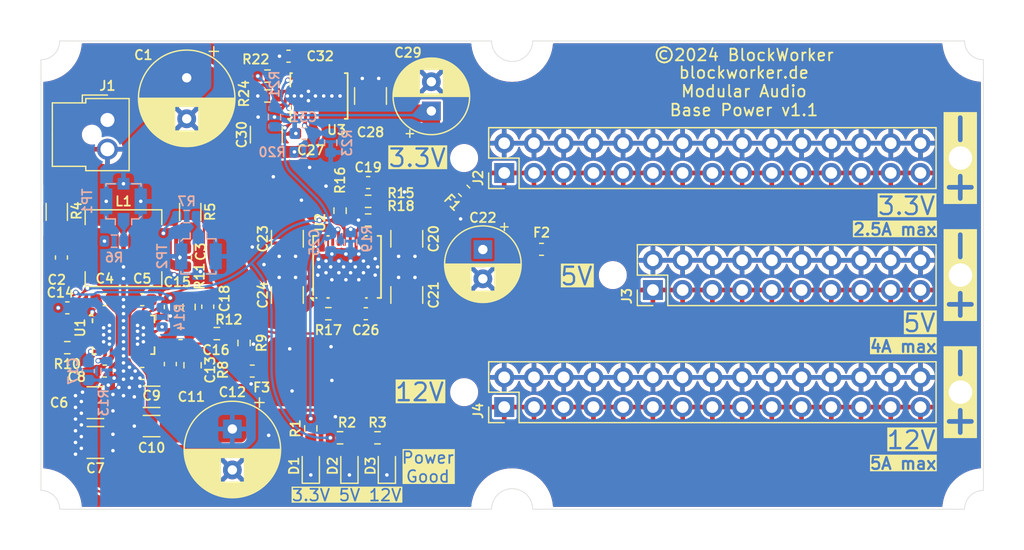
<source format=kicad_pcb>
(kicad_pcb (version 20240108) (generator "pcbnew") (generator_version "8.0")
  (layers (0 "F.Cu" signal) (1 "In1.Cu" signal) (2 "In2.Cu" signal) (31 "B.Cu" signal) (34 "B.Paste" user) (35 "F.Paste" user) (36 "B.SilkS" user "B.Silkscreen") (37 "F.SilkS" user "F.Silkscreen") (38 "B.Mask" user) (39 "F.Mask" user) (44 "Edge.Cuts" user))
  (net 0 "")
  (net 1 "GND")
  (net 2 "/12V Buck-Boost/VIN")
  (net 3 "Net-(U1-BOOT1)")
  (net 4 "Net-(U1-SW1)")
  (net 5 "Net-(U1-SW2)")
  (net 6 "Net-(U1-BOOT2)")
  (net 7 "Net-(U1-ISP)")
  (net 8 "/12V Buck-Boost/12V")
  (net 9 "/5V Buck/5VPG")
  (net 10 "/12V Buck-Boost/5V")
  (net 11 "Net-(U1-COMP)")
  (net 12 "Net-(U1-DITH{slash}SYNC)")
  (net 13 "Net-(C2-Pad1)")
  (net 14 "Net-(U2-FB)")
  (net 15 "/3.3V Buck/PG")
  (net 16 "/3.3V Buck/3.3V")
  (net 17 "Net-(U3-EN)")
  (net 18 "Net-(U3-RT{slash}MODE{slash}SYNC)")
  (net 19 "Net-(D1-A)")
  (net 20 "Net-(D2-A)")
  (net 21 "Net-(D3-A)")
  (net 22 "/12V Buck-Boost/PG")
  (net 23 "Net-(U1-FB)")
  (net 24 "Net-(U1-FSW)")
  (net 25 "Net-(U1-CDC)")
  (net 26 "Net-(U2-RBOOT)")
  (net 27 "Net-(U2-CBOOT)")
  (net 28 "Net-(U2-RT)")
  (net 29 "Net-(U3-FB{slash}BIAS)")
  (net 37 "Net-(C3-Pad1)")
  (net 38 "Net-(C18-Pad1)")
  (net 39 "Net-(TP1-In)")
  (net 40 "Net-(TP2-In)")
  (net 41 "Net-(J2-Pin_1)")
  (net 42 "Net-(J3-Pin_1)")
  (net 43 "Net-(J4-Pin_1)")
  (footprint "Capacitor_SMD:C_1210_3225Metric" (layer "F.Cu") (at 141 96.9 -90)
    (property "Reference" "C20")
    (property "Value" "47µF 6.3V")
  )
  (footprint "BW_PassiveMechanical:Hole_2mm" (layer "F.Cu") (at 188.3 90)
    (property "Reference" "Hole2" (hide yes))
    (property "Value" "Hole_2mm" (hide yes))
  )
  (footprint "Connector_PinHeader_2.54mm:PinHeader_2x15_P2.54mm_Vertical" (layer "F.Cu") (at 149.325 91.275 90)
    (property "Reference" "J2")
    (property "Value" "3.3V")
  )
  (footprint "Capacitor_SMD:C_1210_3225Metric" (layer "F.Cu") (at 114.4 114.3)
    (property "Reference" "C7")
    (property "Value" "10µF 50Vl x2")
  )
  (footprint "LED_SMD:LED_0603_1608Metric" (layer "F.Cu") (at 139.3 116.3 90)
    (property "Reference" "D3")
    (property "Value" "YellowGreen")
  )
  (footprint "Resistor_SMD:R_1206_3216Metric" (layer "F.Cu") (at 111.1 94.6 -90)
    (property "Reference" "R4")
    (property "Value" "?Ω")
  )
  (footprint "Capacitor_SMD:C_0603_1608Metric" (layer "F.Cu") (at 132.3 87.9 180)
    (property "Reference" "C27")
    (property "Value" "0.1µF")
  )
  (footprint "LED_SMD:LED_0603_1608Metric" (layer "F.Cu") (at 132.8 116.3 90)
    (property "Reference" "D1")
    (property "Value" "Amber")
  )
  (footprint "Resistor_SMD:R_0603_1608Metric" (layer "F.Cu") (at 138.5 113.9)
    (property "Reference" "R3")
    (property "Value" "?kΩ")
  )
  (footprint "Resistor_SMD:R_0603_1608Metric" (layer "F.Cu") (at 137.7 93.7 180)
    (property "Reference" "R15")
    (property "Value" "40.2kΩ")
  )
  (footprint "Capacitor_THT:CP_Radial_D8.0mm_P3.50mm" (layer "F.Cu") (at 122.2 83.147349 -90)
    (property "Reference" "C1")
    (property "Value" "220µF 35V")
  )
  (footprint "Capacitor_SMD:C_0603_1608Metric" (layer "F.Cu") (at 118.4 102.1)
    (property "Reference" "C5")
    (property "Value" "0.1µF")
  )
  (footprint "Capacitor_SMD:C_0603_1608Metric" (layer "F.Cu") (at 122.1 98.5 -90)
    (property "Reference" "C3")
    (property "Value" "?pF")
  )
  (footprint "BW_Logo:BW_Logo_7.5x4.8mm" (layer "F.Cu") (at 182.1 83.6)
    (property "Reference" "REF**" (hide yes))
    (property "Value" "BW_Logo_7.5x4.8mm" (hide yes))
  )
  (footprint "Connector_PinHeader_2.54mm:PinHeader_2x10_P2.54mm_Vertical" (layer "F.Cu") (at 162.025 101.275 90)
    (property "Reference" "J3")
    (property "Value" "5V")
  )
  (footprint "BW_Active:TI_B3QFN-20" (layer "F.Cu") (at 135.9 99.3 90)
    (property "Reference" "U2")
    (property "Value" "TLVM13640")
  )
  (footprint "Capacitor_SMD:C_1206_3216Metric" (layer "F.Cu") (at 119.2 110.4 180)
    (property "Reference" "C11")
    (property "Value" "10µF 50V x2")
  )
  (footprint "Capacitor_SMD:C_0603_1608Metric" (layer "F.Cu") (at 115.2 108.2)
    (property "Reference" "C8")
    (property "Value" "0.1µF")
  )
  (footprint "Capacitor_SMD:C_1210_3225Metric" (layer "F.Cu") (at 141 101.7 90)
    (property "Reference" "C21")
    (property "Value" "47µF 6.3V")
  )
  (footprint "Fuse:Fuse_0603_1608Metric" (layer "F.Cu") (at 152.5125 97.8)
    (property "Reference" "F2")
    (property "Value" "4A")
  )
  (footprint "Resistor_SMD:R_0603_1608Metric" (layer "F.Cu") (at 122.4 102.725 90)
    (property "Reference" "R11")
    (property "Value" "487kΩ")
  )
  (footprint "Capacitor_SMD:C_0603_1608Metric" (layer "F.Cu") (at 137.5 103.3)
    (property "Reference" "C26")
    (property "Value" "1µF")
  )
  (footprint "Resistor_SMD:R_0603_1608Metric" (layer "F.Cu") (at 129.1 83)
    (property "Reference" "R22")
    (property "Value" "23.2kΩ")
  )
  (footprint "Capacitor_SMD:C_1210_3225Metric" (layer "F.Cu") (at 137.9 84.700001 90)
    (property "Reference" "C28")
    (property "Value" "47µF 6.3V x2")
  )
  (footprint "Fuse:Fuse_0603_1608Metric" (layer "F.Cu") (at 145.9 92.8 -45)
    (property "Reference" "F1")
    (property "Value" "2.5A")
  )
  (footprint "Resistor_SMD:R_1206_3216Metric" (layer "F.Cu") (at 122.5 94.6 -90)
    (property "Reference" "R5")
    (property "Value" "?Ω")
  )
  (footprint "Resistor_SMD:R_0603_1608Metric" (layer "F.Cu") (at 129.1 84.7 180)
    (property "Reference" "R24")
    (property "Value" "10kΩ")
  )
  (footprint "BW_PassiveMechanical:Hole_2mm" (layer "F.Cu") (at 145.9 110)
    (property "Reference" "Hole5" (hide yes))
    (property "Value" "Hole_2mm" (hide yes))
  )
  (footprint "Inductor_SMD:L_Vishay_IHLP-2525" (layer "F.Cu") (at 116.8 97.7)
    (property "Reference" "L1")
    (property "Value" "3.3µH")
  )
  (footprint "BW_PassiveMechanical:Hole_2mm" (layer "F.Cu") (at 188.3 100)
    (property "Reference" "Hole4" (hide yes))
    (property "Value" "Hole_2mm" (hide yes))
  )
  (footprint "Resistor_SMD:R_0603_1608Metric" (layer "F.Cu") (at 135.3 113.9)
    (property "Reference" "R2")
    (property "Value" "?kΩ")
  )
  (footprint "Capacitor_SMD:C_0603_1608Metric" (layer "F.Cu") (at 137.7 92.1 180)
    (property "Reference" "C19")
    (property "Value" "10pF")
  )
  (footprint "BW_PassiveMechanical:Hole_2mm" (layer "F.Cu") (at 145.9 90)
    (property "Reference" "Hole1" (hide yes))
    (property "Value" "Hole_2mm" (hide yes))
  )
  (footprint "Resistor_SMD:R_0603_1608Metric" (layer "F.Cu") (at 137.7 95.3 180)
    (property "Reference" "R18")
    (property "Value" "10kΩ")
  )
  (footprint "Capacitor_SMD:C_0603_1608Metric" (layer "F.Cu") (at 124 102.7 -90)
    (property "Reference" "C18")
    (property "Value" "470pF")
  )
  (footprint "Resistor_SMD:R_0603_1608Metric" (layer "F.Cu") (at 112 106.2)
    (property "Reference" "R10")
    (property "Value" "10kΩ")
  )
  (footprint "Capacitor_SMD:C_0603_1608Metric" (layer "F.Cu") (at 112 102.8 180)
    (property "Reference" "C14")
    (property "Value" "0.1µF")
  )
  (footprint "Connector_Molex:Molex_Nano-Fit_105309-xx02_1x02_P2.50mm_Vertical" (layer "F.Cu") (at 115.43 86.75)
    (property "Reference" "J1")
    (property "Value" "VIN")
  )
  (footprint "Resistor_SMD:R_0603_1608Metric" (layer "F.Cu") (at 127.1 105.8 90)
    (property "Reference" "R9")
    (property "Value" "100kΩ")
  )
  (footprint "Capacitor_SMD:C_1206_3216Metric" (layer "F.Cu") (at 119.2 112.9 180)
    (property "Reference" "C10")
    (property "Value" "10µF 50V x2")
  )
  (footprint "Capacitor_THT:CP_Radial_D8.0mm_P3.50mm" (layer "F.Cu") (at 126.1 113.147349 -90)
    (property "Reference" "C12")
    (property "Value" "1mF 16V")
  )
  (footprint "Capacitor_SMD:C_1210_3225Metric" (layer "F.Cu") (at 130.8 96.9 -90)
    (property "Reference" "C23")
    (property "Value" "10µF 50Vl")
  )
  (footprint "Capacitor_SMD:C_0603_1608Metric" (layer "F.Cu") (at 111.5 98.5 -90)
    (property "Reference" "C2")
    (property "Value" "?pF")
  )
  (footprint "Capacitor_SMD:C_0603_1608Metric" (layer "F.Cu") (at 120.8 107.6 90)
    (property "Reference" "C13")
    (property "Value" "0.1µF")
  )
  (footprint "Resistor_SMD:R_0805_2012Metric" (layer "F.Cu") (at 122.7 107.7 90)
    (property "Reference" "R8")
    (property "Value" "10mΩ 0.5W")
  )
  (footprint "BW_PassiveMechanical:Hole_2mm" (layer "F.Cu") (at 158.6 100)
    (property "Reference" "Hole3" (hide yes))
    (property "Value" "Hole_2mm" (hide yes))
  )
  (footprint "Capacitor_SMD:C_0603_1608Metric" (layer "F.Cu") (at 115.2 102.1 180)
    (property "Reference" "C4")
    (property "Value" "0.1µF")
  )
  (footprint "Capacitor_SMD:C_1210_3225Metric" (layer "F.Cu") (at 130.8 101.7 90)
    (property "Reference" "C24")
    (property "Value" "10µF 50Vl")
  )
  (footprint "Capacitor_SMD:C_0603_1608Metric" (layer "F.Cu") (at 118.4 108.4 180)
    (property "Reference" "C9")
    (property "Value" "0.1µF")
  )
  (footprint "Resistor_SMD:R_0603_1608Metric" (layer "F.Cu") (at 134.3 103.3 180)
    (property "Reference" "R17")
    (property "Value" "0Ω")
  )
  (footprint "Capacitor_SMD:C_1210_3225Metric" (layer "F.Cu") (at 114.4 110.9)
    (property "Reference" "C6")
    (property "Value" "10µF 50Vl x2")
  )
  (footprint "BW_Active:TI_QFN-FCMOD-HR" (layer "F.Cu") (at 133.5 84.700001 90)
    (property "Reference" "U3")
    (property "Value" "TPSM33625F")
  )
  (footprint "Capacitor_SMD:C_0603_1608Metric" (layer "F.Cu") (at 121.675 105)
    (property "Reference" "C16")
    (property "Value" "18pF")
  )
  (footprint "Capacitor_THT:CP_Radial_D6.3mm_P2.50mm" (layer "F.Cu") (at 147.5 97.81762 -90)
    (property "Reference" "C22")
    (property "Value" "470µF 6.3V")
  )
  (footprint "Fuse:Fuse_0603_1608Metric" (layer "F.Cu") (at 127.8 108.2)
    (property "Reference" "F3")
    (property "Value" "5A")
  )
  (footprint "Capacitor_SMD:C_1210_3225Metric" (layer "F.Cu") (at 129 88 90)
    (property "Reference" "C30")
    (property "Value" "10µF 50Vl")
  )
  (footprint "LED_SMD:LED_0603_1608Metric" (layer "F.Cu") (at 136.1 116.3 90)
    (property "Reference" "D2")
    (property "Value" "Red")
  )
  (footprint "BW_Active:TI_VQFN-HR-21" (layer "F.Cu") (at 116.8 105.1)
    (property "Reference" "U1")
    (property "Value" "TPS552892")
  )
  (footprint "Resistor_SMD:R_0603_1608Metric" (layer "F.Cu") (at 135.3 94.5 -90)
    (property "Reference" "R16")
    (property "Value" "10kΩ")
  )
  (footprint "Connector_PinHeader_2.54mm:PinHeader_2x15_P2.54mm_Vertical" (layer "F.Cu") (at 149.325 111.275 90)
    (property "Reference" "J4")
    (property "Value" "12V")
  )
  (footprint "Capacitor_SMD:C_0603_1608Metric" (layer "F.Cu") (at 120.8 102.725 -90)
    (property "Reference" "C15")
    (property "Value" "4.7µF")
  )
  (footprint "Resistor_SMD:R_0603_1608Metric" (layer "F.Cu") (at 132.8 113.1 -90)
    (property "Reference" "R1")
    (property "Value" "?kΩ")
  )
  (footprint "BW_PassiveMechanical:Hole_2mm" (layer "F.Cu") (at 188.3 110)
    (property "Reference" "Hole6" (hide yes))
    (property "Value" "Hole_2mm" (hide yes))
  )
  (footprint "Resistor_SMD:R_0603_1608Metric" (layer "F.Cu") (at 124.775 105 180)
    (property "Reference" "R12")
    (property "Value" "11kΩ")
  )
  (footprint "Capacitor_SMD:C_0603_1608Metric" (layer "F.Cu") (at 130.9 81.3 180)
    (property "Reference" "C32")
    (property "Value" "1µF")
  )
  (footprint "Capacitor_THT:CP_Radial_D6.3mm_P2.50mm" (layer "F.Cu") (at 143.1 85.98238 90)
    (property "Reference" "C29")
    (property "Value" "470µF 6.3V")
  )
  (footprint "Resistor_SMD:R_0603_1608Metric" (layer "B.Cu") (at 116 97.1)
    (property "Reference" "R6")
    (property "Value" "50Ω")
  )
  (footprint "Connector_Coaxial:U.FL_Molex_MCRF_73412-0110_Vertical" (layer "B.Cu") (at 116.8 93.7 180)
    (property "Reference" "TP1")
    (property "Value" "SW1")
  )
  (footprint "Connector_Coaxial:U.FL_Molex_MCRF_73412-0110_Vertical" (layer "B.Cu") (at 123.2 98.4)
    (property "Reference" "TP2")
    (property "Value" "SW2")
  )
  (footprint "Capacitor_SMD:C_0603_1608Metric" (layer "B.Cu") (at 134.5 97.2 -90)
    (property "Reference" "C25")
    (property "Value" "0.1µF")
  )
  (footprint "Capacitor_SMD:C_0603_1608Metric" (layer "B.Cu") (at 132.2 87.9 180)
    (property "Reference" "C31")
    (property "Value" "0.1µF")
  )
  (footprint "Resistor_SMD:R_0603_1608Metric" (layer "B.Cu") (at 122.2 95)
    (property "Reference" "R7")
    (property "Value" "50Ω")
  )
  (footprint "Capacitor_SMD:C_0603_1608Metric" (layer "B.Cu") (at 113.8 108.2 -90)
    (property "Reference" "C17")
    (property "Value" "Shunt")
  )
  (footprint "Resistor_SMD:R_0603_1608Metric" (layer "B.Cu") (at 136.2 97.2 -90)
    (property "Reference" "R19")
    (property "Value" "12.1kΩ")
  )
  (footprint "Resistor_SMD:R_0603_1608Metric" (layer "B.Cu") (at 132.2 89.5)
    (property "Reference" "R20")
    (property "Value" "750kΩ")
  )
  (footprint "Resistor_SMD:R_0603_1608Metric" (layer "B.Cu") (at 120.1 103.6 90)
    (property "Reference" "R14")
    (property "Value" "?kΩ")
  )
  (footprint "Resistor_SMD:R_0603_1608Metric" (layer "B.Cu") (at 134.5 88.7 -90)
    (property "Reference" "R23")
    (property "Value" "100kΩ")
  )
  (footprint "Resistor_SMD:R_0603_1608Metric" (layer "B.Cu") (at 129.7 86.5 -90)
    (property "Reference" "R21")
    (property "Value" "10kΩ")
  )
  (footprint "Resistor_SMD:R_0603_1608Metric" (layer "B.Cu") (at 115.4 108.2 -90)
    (property "Reference" "R13")
    (property "Value" "33kΩ")
  )
  (gr_poly (pts (xy 115.7 103.9) (xy 115.4 104.2) (xy 115 104.2) (xy 114.9 104.3) (xy 114.9 105.9) (xy 115 106) (xy 115.4 106) (xy 115.7 106.3)) (stroke (width 0.1)) (fill solid) (layer "F.Cu") (net 2))
  (gr_poly (pts (xy 117.9 103.9) (xy 118.2 104.2) (xy 118.6 104.2) (xy 118.7 104.3) (xy 118.7 105.9) (xy 118.6 106) (xy 118.2 106) (xy 117.9 106.3)) (stroke (width 0.1)) (fill solid) (layer "F.Cu") (net 7))
  (gr_arc (start 148.25 120) (mid 150 118.25) (end 151.75 120) (stroke (width 0.05)) (layer "Edge.Cuts"))
  (gr_arc (start 151.75 80) (mid 150 81.75) (end 148.25 80) (stroke (width 0.05)) (layer "Edge.Cuts"))
  (gr_line (start 111.35 120) (end 148.25 120) (stroke (width 0.05)) (layer "Edge.Cuts"))
  (gr_line (start 109.75 81.6) (end 109.75 118.4) (stroke (width 0.05)) (layer "Edge.Cuts"))
  (gr_line (start 188.65 80) (end 151.75 80) (stroke (width 0.05)) (layer "Edge.Cuts"))
  (gr_line (start 151.75 120) (end 188.65 120) (stroke (width 0.05)) (layer "Edge.Cuts"))
  (gr_arc (start 190.25 81.6) (mid 189.118629 81.131371) (end 188.65 80) (stroke (width 0.05)) (layer "Edge.Cuts"))
  (gr_line (start 190.25 118.4) (end 190.25 81.6) (stroke (width 0.05)) (layer "Edge.Cuts"))
  (gr_arc (start 109.75 118.4) (mid 110.881371 118.868629) (end 111.35 120) (stroke (width 0.05)) (layer "Edge.Cuts"))
  (gr_line (start 148.25 80) (end 111.35 80) (stroke (width 0.05)) (layer "Edge.Cuts"))
  (gr_arc (start 111.35 80) (mid 110.881371 81.131371) (end 109.75 81.6) (stroke (width 0.05)) (layer "Edge.Cuts"))
  (gr_arc (start 188.65 120) (mid 189.118629 118.868629) (end 190.25 118.4) (stroke (width 0.05)) (layer "Edge.Cuts"))
  (gr_text "5V" (at 155.5 100.1 0) (layer "F.SilkS" knockout) (effects (font (size 1.5 1.5) (thickness 0.2))))
  (gr_text "12V" (at 142.1 110 0) (layer "F.SilkS" knockout) (effects (font (size 1.5 1.5) (thickness 0.2))))
  (gr_text "4A max" (at 183.4 106.1 0) (layer "F.SilkS" knockout) (effects (font (size 1 1) (thickness 0.2))))
  (gr_text "5V" (at 184.8 104.1 0) (layer "F.SilkS" knockout) (effects (font (size 1.5 1.5) (thickness 0.2))))
  (gr_text "3.3V" (at 141.9 90 0) (layer "F.SilkS" knockout) (effects (font (size 1.5 1.5) (thickness 0.2))))
  (gr_text "12V" (at 184.1 114.1 0) (layer "F.SilkS" knockout) (effects (font (size 1.5 1.5) (thickness 0.2))))
  (gr_text "+ -" (at 188.1 90 90) (layer "F.SilkS" knockout) (effects (font (size 2.5 2.5) (thickness 0.4))))
  (gr_text "5A max" (at 183.4 116.1 0) (layer "F.SilkS" knockout) (effects (font (size 1 1) (thickness 0.2))))
  (gr_text "Modular Audio\nBase Power v1.1" (at 169.8 85.1 0) (layer "F.SilkS") (effects (font (size 1 1))))
  (gr_text "+ -" (at 188.1 110 90) (layer "F.SilkS" knockout) (effects (font (size 2.5 2.5) (thickness 0.4))))
  (gr_text "3.3V" (at 183.7 94.1 0) (layer "F.SilkS" knockout) (effects (font (size 1.5 1.5) (thickness 0.2))))
  (gr_text "Power\nGood" (at 142.8 116.4 0) (layer "F.SilkS" knockout) (effects (font (size 1 1))))
  (gr_text "2.5A max" (at 182.7 96.1 0) (layer "F.SilkS" knockout) (effects (font (size 1 1) (thickness 0.2))))
  (gr_text "3.3V 5V 12V" (at 131.1 119.3875 0) (layer "F.SilkS" knockout) (effects (font (size 1 1)) (justify left bottom)))
  (gr_text "+ -" (at 188.1 100 90) (layer "F.SilkS" knockout) (effects (font (size 2.5 2.5) (thickness 0.4))))
  (segment (start 136.875 95.902241) (end 136.875 95.3) (width 0.25) (layer "F.Cu") (net 1))
  (segment (start 136.675 97) (end 136.675 96.366923) (width 0.25) (layer "F.Cu") (net 1))
  (segment (start 136.675 101.6) (end 136.675 101.946508) (width 0.25) (layer "F.Cu") (net 1))
  (segment (start 114.563682 103.593683) (end 114.13 103.16) (width 0.25) (layer "F.Cu") (net 1))
  (segment (start 137.15 102.41) (end 137.169025 102.410927) (width 0.25) (layer "F.Cu") (net 1))
  (segment (start 120.898248 103.401751) (end 120.8 103.5) (width 0.2) (layer "F.Cu") (net 1))
  (segment (start 119.25 104.35) (end 119.254437 104.35) (width 0.2) (layer "F.Cu") (net 1))
  (segment (start 130.34 85.78) (end 130.015729 86.104271) (width 0.25) (layer "F.Cu") (net 1))
  (segment (start 137.148995 102.41) (end 137.15 102.41) (width 0.25) (layer "F.Cu") (net 1))
  (segment (start 137.5393 102.5643) (end 138.275 103.3) (width 0.25) (layer "F.Cu") (net 1))
  (segment (start 136.74 96.21) (end 136.753688 96.195114) (width 0.25) (layer "F.Cu") (net 1))
  (segment (start 130.354645 85.765354) (end 130.34 85.78) (width 0.25) (layer "F.Cu") (net 1))
  (segment (start 130.8 84.7) (end 130.779706 84.720294) (width 0.25) (layer "F.Cu") (net 1))
  (segment (start 136.675 101.6) (end 136.675 99.873375) (width 0.25) (layer "F.Cu") (net 1))
  (segment (start 130.61 85.13) (end 130.61 85.148874) (width 0.25) (layer "F.Cu") (net 1))
  (segment (start 119.52 104.24) (end 119.878162 103.881838) (width 0.2) (layer "F.Cu") (net 1))
  (segment (start 122.45 105) (end 123.95 105) (width 0.2) (layer "F.Cu") (net 1))
  (segment (start 124 103.475) (end 124 104.87929) (width 0.2) (layer "F.Cu") (net 1))
  (segment (start 136.78 102.2) (end 136.877573 102.297573) (width 0.25) (layer "F.Cu") (net 1))
  (segment (start 124 103.475) (end 123.774724 103.249724) (width 0.2) (layer "F.Cu") (net 1))
  (segment (start 136.675 97) (end 136.675 98.726625) (width 0.25) (layer "F.Cu") (net 1))
  (via (at 137.2 83.2) (size 0.45) (drill 0.3) (layers "F.Cu" "B.Cu") (net 1))
  (via (at 140.8 92.9) (size 0.45) (drill 0.3) (layers "F.Cu" "B.Cu") (net 1))
  (via (at 117.3 109.6) (size 0.45) (drill 0.3) (layers "F.Cu" "B.Cu") (net 1))
  (via (at 136.2 98.8) (size 0.45) (drill 0.3) (layers "F.Cu" "B.Cu") (net 1))
  (via (at 136.9 98.2) (size 0.45) (drill 0.3) (layers "F.Cu" "B.Cu") (net 1))
  (via (at 139.3 117.075) (size 0.45) (drill 0.3) (layers "F.Cu" "B.Cu") (net 1))
  (via (at 115.9 113.6) (size 0.45) (drill 0.3) (layers "F.Cu" "B.Cu") (net 1))
  (via (at 127.9 105.9) (size 0.45) (drill 0.3) (layers "F.Cu" "B.Cu") (net 1))
  (via (at 137.7 99.3) (size 0.45) (drill 0.3) (layers "F.Cu" "B.Cu") (net 1))
  (via (at 141.7 98.4) (size 0.45) (drill 0.3) (layers "F.Cu" "B.Cu") (net 1))
  (via (at 116.8 105.1) (size 0.45) (drill 0.3) (layers "F.Cu" "B.Cu") (net 1))
  (via (at 116.8 104.5) (size 0.45) (drill 0.3) (layers "F.Cu" "B.Cu") (net 1))
  (via (at 115.9 115) (size 0.45) (drill 0.3) (layers "F.Cu" "B.Cu") (net 1))
  (via (at 129.2 113.69) (size 0.45) (drill 0.3) (layers "F.Cu" "B.Cu") (net 1))
  (via (at 115.5 109.4) (size 0.45) (drill 0.3) (layers "F.Cu" "B.Cu") (net 1))
  (via (at 117.725 110.4) (size 0.45) (drill 0.3) (layers "F.Cu" "B.Cu") (net 1))
  (via (at 131.2 109.9) (size 0.45) (drill 0.3) (layers "F.Cu" "B.Cu") (net 1))
  (via (at 137.3 99.8) (size 0.45) (drill 0.3) (layers "F.Cu" "B.Cu") (net 1))
  (via (at 134.6 98.2) (size 0.45) (drill 0.3) (layers "F.Cu" "B.Cu") (net 1))
  (via (at 115.325 93.7) (size 0.45) (drill 0.3) (layers "F.Cu" "B.Cu") (net 1))
  (via (at 133.4 100) (size 0.45) (drill 0.3) (layers "F.Cu" "B.Cu") (net 1))
  (via (at 121.62 98.49) (size 0.45) (drill 0.3) (layers "F.Cu" "B.Cu") (net 1))
  (via (at 134.9 112.1) (size 0.45) (drill 0.3) (layers "F.Cu" "B.Cu") (net 1))
  (via (at 134.53 106.12) (size 0.45) (drill 0.3) (layers "F.Cu" "B.Cu") (net 1))
  (via (at 116.8 110.3) (size 0.45) (drill 0.3) (layers "F.Cu" "B.Cu") (net 1))
  (via (at 134.6 109) (size 0.45) (drill 0.3) (layers "F.Cu" "B.Cu") (net 1))
  (via (at 118.2 109.5) (size 0.45) (drill 0.3) (layers "F.Cu" "B.Cu") (net 1))
  (via (at 116.8 103.9) (size 0.45) (drill 0.3) (layers "F.Cu" "B.Cu") (net 1))
  (via (at 116.8 102.1) (size 0.45) (drill 0.3) (layers "F.Cu" "B.Cu") (net 1))
  (via (at 114.13 103.16) (size 0.45) (drill 0.3) (layers "F.Cu" "B.Cu") (net 1))
  (via (at 138.5 99.3) (size 0.45) (drill 0.3) (layers "F.Cu" "B.Cu") (net 1))
  (via (at 116.8 99.3) (size 0.45) (drill 0.3) (layers "F.Cu" "B.Cu") (net 1))
  (via (at 121.13 99.97) (size 0.45) (drill 0.3) (layers "F.Cu" "B.Cu") (net 1))
  (via (at 133.2 84.7) (size 0.45) (drill 0.3) (layers "F.Cu" "B.Cu") (net 1))
  (via (at 116.03 108.14) (size 0.45) (drill 0.3) (layers "F.Cu" "B.Cu") (net 1))
  (via (at 133.45 98.65) (size 0.45) (drill 0.3) (layers "F.Cu" "B.Cu") (net 1))
  (via (at 135.2 99.8) (size 0.45) (drill 0.3) (layers "F.Cu" "B.Cu") (net 1))
  (via (at 136.9 100.4) (size 0.45) (drill 0.3) (layers "F.Cu" "B.Cu") (net 1))
  (via (at 134.1 92.4) (size 0.45) (drill 0.3) (layers "F.Cu" "B.Cu") (net 1))
  (via (at 132.6 85.1) (size 0.45) (drill 0.3) (layers "F.Cu" "B.Cu") (net 1))
  (via (at 133.9 84.7) (size 0.45) (drill 0.3) (layers "F.Cu" "B.Cu") (net 1))
  (via (at 127.7 109.3) (size 0.45) (drill 0.3) (layers "F.Cu" "B.Cu") (net 1))
  (via (at 132.8 117.075) (size 0.45) (drill 0.3) (layers "F.Cu" "B.Cu") (net 1))
  (via (at 145.6 95.2) (size 0.45) (drill 0.3) (layers "F.Cu" "B.Cu") (net 1))
  (via (at 138.3 98.6) (size 0.45) (drill 0.3) (layers "F.Cu" "B.Cu") (net 1))
  (via (at 118.2 108.8) (size 0.45) (drill 0.3) (layers "F.Cu" "B.Cu") (net 1))
  (via (at 134.1 99.8) (size 0.45) (drill 0.3) (layers "F.Cu" "B.Cu") (net 1))
  (via (at 131 106.3) (size 0.45) (drill 0.3) (layers "F.Cu" "B.Cu") (net 1))
  (via (at 116.8 92.2) (size 0.45) (drill 0.3) (layers "F.Cu" "B.Cu") (net 1))
  (via (at 140.3 98.4) (size 0.45) (drill 0.3) (layers "F.Cu" "B.Cu") (net 1))
  (via (at 136.1 117.075) (size 0.45) (drill 0.3) (layers "F.Cu" "B.Cu") (net 1))
  (via (at 116.8 108.9) (size 0.45) (drill 0.3) (layers "F.Cu" "B.Cu") (net 1))
  (via (at 111.225 102.8) (size 0.45) (drill 0.3) (layers "F.Cu" "B.Cu") (net 1))
  (via (at 137.3 98.8) (size 0.45) (drill 0.3) (layers "F.Cu" "B.Cu") (net 1))
  (via (at 117.5 108.8) (size 0.45) (drill 0.3) (layers "F.Cu" "B.Cu") (net 1))
  (via (at 131.5 100.2) (size 0.45) (drill 0.3) (layers "F.Cu" "B.Cu") (net 1))
  (via (at 117.31 107.87) (size 0.45) (drill 0.3) (layers "F.Cu" "B.Cu") (net 1))
  (via (at 135.8 98.2) (size 0.45) (drill 0.3) (layers "F.Cu" "B.Cu") (net 1))
  (via (at 134.6 84.7) (size 0.45) (drill 0.3) (layers "F.Cu" "B.Cu") (net 1))
  (via (at 116 108.8) (size 0.45) (drill 0.3) (layers "F.Cu" "B.Cu") (net 1))
  (via (at 116.8 100.3) (size 0.45) (drill 0.3) (layers "F.Cu" "B.Cu") (net 1))
  (via (at 140.3 100.2) (size 0.45) (drill 0.3) (layers "F.Cu" "B.Cu") (net 1))
  (via (at 116.8 106.9) (size 0.45) (drill 0.3) (layers "F.Cu" "B.Cu") (net 1))
  (via (at 127.8 97.6) (size 0.45) (drill 0.3) (layers "F.Cu" "B.Cu") (net 1))
  (via (at 129.6 91.6) (size 0.45) (drill 0.3) (layers "F.Cu" "B.Cu") (net 1))
  (via (at 132 93.6) (size 0.45) (drill 0.3) (layers "F.Cu" "B.Cu") (net 1))
  (via (at 132 84.7) (size 0.45) (drill 0.3) (layers "F.Cu" "B.Cu") (net 1))
  (via (at 123.37 99.7) (size 0.45) (drill 0.3) (layers "F.Cu" "B.Cu") (net 1))
  (via (at 130.1 98.4) (size 0.45) (drill 0.3) (layers "F.Cu" "B.Cu") (net 1))
  (via (at 116.8 105.7) (size 0.45) (drill 0.3) (layers "F.Cu" "B.Cu") (net 1))
  (via (at 118.275 93.7) (size 0.45) (drill 0.3) (layers "F.Cu" "B.Cu") (net 1))
  (via (at 115.9 110.2) (size 0.45) (drill 0.3) (layers "F.Cu" "B.Cu") (net 1))
  (via (at 120.8 103.5) (size 0.45) (drill 0.3) (layers "F.Cu" "B.Cu") (net 1))
  (via (at 141.7 100.2) (size 0.45) (drill 0.3) (layers "F.Cu" "B.Cu") (net 1))
  (via (at 138.6 83.2) (size 0.45) (drill 0.3) (layers "F.Cu" "B.Cu") (net 1))
  (via (at 135.8 100.4) (size 0.45) (drill 0.3) (layers "F.Cu" "B.Cu") (net 1))
  (via (at 131.525 87.9) (size 0.45) (drill 0.3) (layers "F.Cu" "B.Cu") (net 1))
  (via (at 135.6 99.3) (size 0.45) (drill 0.3) (layers "F.Cu" "B.Cu") (net 1))
  (via (at 130.1 100.2) (size 0.45) (drill 0.3) (layers "F.Cu" "B.Cu") (net 1))
  (via (at 136.2 99.8) (size 0.45) (drill 0.3) (layers "F.Cu" "B.Cu") (net 1))
  (via (at 130.125 81.3) (size 0.45) (drill 0.3) (layers "F.Cu" "B.Cu") (net 1))
  (via (at 134.1 98.8) (size 0.45) (drill 0.3) (layers "F.Cu" "B.Cu") (net 1))
  (via (at 116.8 102.7) (size 0.45) (drill 0.3) (layers "F.Cu" "B.Cu") (net 1))
  (via (at 128.8 99.1) (size 0.45) (drill 0.3) (layers "F.Cu" "B.Cu") (net 1))
  (via (at 117.725 112.9) (size 0.45) (drill 0.3) (layers "F.Cu" "B.Cu") (net 1))
  (via (at 132.7 90.8) (size 0.45) (drill 0.3) (layers "F.Cu" "B.Cu") (net 1))
  (via (at 134.5 99.3) (size 0.45) (drill 0.3) (layers "F.Cu" "B.Cu") (net 1))
  (via (at 116.8 107.5) (size 0.45) (drill 0.3) (layers "F.Cu" "B.Cu") (net 1))
  (via (at 131.5 98.4) (size 0.45) (drill 0.3) (layers "F.Cu" "B.Cu") (net 1))
  (via (at 129.7 86.5) (size 0.45) (drill 0.3) (layers "F.Cu" "B.Cu") (net 1))
  (via (at 130.8 84.7) (size 0.45) (drill 0.3) (layers "F.Cu" "B.Cu") (net 1))
  (via (at 133.5 99.3) (size 0.45) (drill 0.3) (layers "F.Cu" "B.Cu") (net 1))
  (via (at 136.875 95.3) (size 0.45) (drill 0.3) (layers "F.Cu" "B.Cu") (net 1))
  (via (at 128.275 84.7) (size 0.45) (drill 0.3) (layers "F.Cu" "B.Cu") (net 1))
  (via (at 136.6 99.3) (size 0.45) (drill 0.3) (layers "F.Cu" "B.Cu") (net 1))
  (via (at 132.6 84.3) (size 0.45) (drill 0.3) (layers "F.Cu" "B.Cu") (net 1))
  (via (at 128.3 86.5) (size 0.45) (drill 0.3) (layers "F.Cu" "B.Cu") (net 1))
  (via (at 131.4 84.7) (size 0.45) (drill 0.3) (layers "F.Cu" "B.Cu") (net 1))
  (via (at 116.8 103.3) (size 0.45) (drill 0.3) (layers "F.Cu" "B.Cu") (net 1))
  (via (at 116.4 109.6) (size 0.45) (drill 0.3) (layers "F.Cu" "B.Cu") (net 1))
  (via (at 116.8 106.3) (size 0.45) (drill 0.3) (layers "F.Cu" "B.Cu") (net 1))
  (via (at 135.2 98.8) (size 0.45) (drill 0.3) (layers "F.Cu" "B.Cu") (net 1))
  (via (at 138.3 100) (size 0.45) (drill 0.3) (layers "F.Cu" "B.Cu") (net 1))
  (via (at 134.6 100.4) (size 0.45) (drill 0.3) (layers "F.Cu" "B.Cu") (net 1))
  (via (at 117.8 108.2) (size 0.45) (drill 0.3) (layers "F.Cu" "B.Cu") (net 1))
  (via (at 135.3 84.7) (size 0.45) (drill 0.3) (layers "F.Cu" "B.Cu") (net 1))
  (via (at 115.9 111.6) (size 0.45) (drill 0.3) (layers "F.Cu" "B.Cu") (net 1))
  (via (at 116.8 108.2) (size 0.45) (drill 0.3) (layers "F.Cu" "B.Cu") (net 1))
  (arc (start 136.675 99.873375) (mid 136.613276 99.563067) (end 136.4375 99.3) (width 0.25) (layer "F.Cu") (net 1))
  (arc (start 136.877573 102.297573) (mid 137.002102 102.380781) (end 137.148995 102.41) (width 0.25) (layer "F.Cu") (net 1))
  (arc (start 137.169025 102.410927) (mid 137.369416 102.450787) (end 137.5393 102.5643) (width 0.25) (layer "F.Cu") (net 1))
  (arc (start 136.675 101.946508) (mid 136.702289 102.083696) (end 136.78 102.2) (width 0.25) (layer "F.Cu") (net 1))
  (arc (start 122.52 102.73) (mid 121.642314 102.904583) (end 120.898248 103.401751) (width 0.2) (layer "F.Cu") (net 1))
  (arc (start 136.675 96.366923) (mid 136.691893 96.281997) (end 136.74 96.21) (width 0.25) (layer "F.Cu") (net 1))
  (arc (start 119.878162 103.881838) (mid 120.301104 103.599237) (end 120.8 103.5) (width 0.2) (layer "F.Cu") (net 1))
  (arc (start 136.753688 96.195114) (mid 136.843472 96.060743) (end 136.875 95.902241) (width 0.25) (layer "F.Cu") (net 1))
  (arc (start 123.774724 103.249724) (mid 123.199052 102.865072) (end 122.52 102.73) (width 0.2) (layer "F.Cu") (net 1))
  (arc (start 119.254437 104.35) (mid 119.398159 104.321412) (end 119.52 104.24) (width 0.2) (layer "F.Cu") (net 1))
  (arc (start 124 104.87929) (mid 123.987005 104.944618) (end 123.95 105) (width 0.2) (layer "F.Cu") (net 1))
  (arc (start 114.76 103.675) (mid 114.653754 103.653866) (end 114.563682 103.593683) (width 0.25) (layer "F.Cu") (net 1))
  (arc (start 130.61 85.148874) (mid 130.543636 85.482511) (end 130.354645 85.765354) (width 0.25) (layer "F.Cu") (net 1))
  (arc (start 136.675 98.726625) (mid 136.613275 99.036933) (end 136.4375 99.3) (width 0.25) (layer "F.Cu") (net 1))
  (arc (start 130.015729 86.104271) (mid 129.549708 86.415656) (end 129 86.525) (width 0.25) (layer "F.Cu") (net 1))
  (arc (start 130.779706 84.720294) (mid 130.654105 84.908268) (end 130.61 85.13) (width 0.25) (layer "F.Cu") (net 1))
  (segment (start 115.325 92.314497) (end 115.325 93.7) (width 0.2) (layer "B.Cu") (net 1))
  (segment (start 116.8 92.2) (end 118.191716 92.2) (width 0.2) (layer "B.Cu") (net 1))
  (segment (start 116.8 92.2) (end 115.432426 92.2) (width 0.2) (layer "B.Cu") (net 1))
  (segment (start 121.62 98.49) (end 121.636942 98.49) (width 0.2) (layer "B.Cu") (net 1))
  (segment (start 118.24 92.22) (end 118.244561 92.224962) (width 0.2) (layer "B.Cu") (net 1))
  (segment (start 113.8 108.975) (end 115.27929 108.975) (width 0.2) (layer "B.Cu") (net 1))
  (segment (start 123.2 99.9) (end 124.615858 99.9) (width 0.2) (layer "B.Cu") (net 1))
  (segment (start 124.675 99.805503) (end 124.675 98.4) (width 0.2) (layer "B.Cu") (net 1))
  (segment (start 120.117678 102.817677) (end 120.8 103.5) (width 0.2) (layer "B.Cu") (net 1))
  (segment (start 121.636942 98.49) (end 121.768663 98.621721) (width 0.2) (layer "B.Cu") (net 1))
  (segment (start 121.77 98.668994) (end 121.77 99.9) (width 0.2) (layer "B.Cu") (net 1))
  (segment (start 118.275 92.298448) (end 118.275 93.7) (width 0.2) (layer "B.Cu") (net 1))
  (segment (start 121.77 99.9) (end 123.2 99.9) (width 0.2) (layer "B.Cu") (net 1))
  (arc (start 118.244561 92.224962) (mid 118.267089 92.258678) (end 118.275 92.298448) (width 0.2) (layer "B.Cu") (net 1))
  (arc (start 121.768663 98.621721) (mid 121.768849 98.645569) (end 121.77 98.668994) (width 0.2) (layer "B.Cu") (net 1))
  (arc (start 124.64 99.89) (mid 124.665904 99.851232) (end 124.675 99.805503) (width 0.2) (layer "B.Cu") (net 1))
  (arc (start 124.615858 99.9) (mid 124.628924 99.897401) (end 124.64 99.89) (width 0.2) (layer "B.Cu") (net 1))
  (arc (start 115.432426 92.2) (mid 115.39323 92.207797) (end 115.36 92.23) (width 0.2) (layer "B.Cu") (net 1))
  (arc (start 115.36 92.23) (mid 115.334096 92.268767) (end 115.325 92.314497) (width 0.2) (layer "B.Cu") (net 1))
  (arc (start 120.1 102.775) (mid 120.104594 102.798097) (end 120.117678 102.817677) (width 0.2) (layer "B.Cu") (net 1))
  (arc (start 115.27929 108.975) (mid 115.344617 108.987995) (end 115.4 109.025) (width 0.2) (layer "B.Cu") (net 1))
  (arc (start 118.191716 92.2) (mid 118.217847 92.205198) (end 118.24 92.22) (width 0.2) (layer "B.Cu") (net 1))
  (segment (start 125.46 86.309411) (end 125.46 89.5) (width 3) (layer "F.Cu") (net 2))
  (segment (start 112.925 114.3) (end 112.925 110.9) (width 2) (layer "F.Cu") (net 2))
  (segment (start 130.578296 103.175) (end 130.8 103.175) (width 3) (layer "F.Cu") (net 2))
  (segment (start 124.329358 84.029358) (end 124.647243 84.347243) (width 3) (layer "F.Cu") (net 2))
  (segment (start 125.46 89.5) (end 125.46 95.4) (width 3) (layer "F.Cu") (net 2))
  (segment (start 127.02 101.44) (end 127.465735 101.885735) (width 3) (layer "F.Cu") (net 2))
  (segment (start 113.773528 108.851472) (end 114.425 108.2) (width 1) (layer "F.Cu") (net 2))
  (segment (start 131.4 89.475) (end 131.437391 89.475) (width 1) (layer "F.Cu") (net 2))
  (segment (start 114.723743 108.076256) (end 115.76 107.04) (width 0.5) (layer "F.Cu") (net 2))
  (segment (start 129 89.475) (end 131.4 89.475) (width 1) (layer "F.Cu") (net 2))
  (segment (start 132.63514 96.18514) (end 133.49 97.04) (width 1) (layer "F.Cu") (net 2))
  (segment (start 129 89.475) (end 125.520355 89.475) (width 2) (layer "F.Cu") (net 2))
  (segment (start 115.76 107.04) (end 115.76 105.1) (width 0.25) (layer "F.Cu") (net 2))
  (segment (start 115.86 85.71) (end 115.779935 85.793098) (width 1) (layer "F.Cu") (net 2))
  (segment (start 115.43 86.637915) (end 115.43 86.75) (width 1) (layer "F.Cu") (net 2))
  (segment (start 132.892426 86.302425) (end 132.93 86.34) (width 0.25) (layer "F.Cu") (net 2))
  (segment (start 125.46 95.4) (end 125.46 97.673827) (width 3) (layer "F.Cu") (net 2))
  (segment (start 132.56 89.01) (end 132.806862 88.763138) (width 1) (layer "F.Cu") (net 2))
  (segment (start 130.8 95.425) (end 125.520355 95.425) (width 3) (layer "F.Cu") (net 2))
  (segment (start 122.2 83.147349) (end 122.046786 83.147349) (width 4) (layer "F.Cu") (net 2))
  (segment (start 132.93 87.54994) (end 132.93 86.34) (width 0.5) (layer "F.Cu") (net 2))
  (segment (start 133.075 88.115796) (end 133.075 87.9) (width 1) (layer "F.Cu") (net 2))
  (segment (start 132.515643 102.464358) (end 133.49 101.49) (width 1) (layer "F.Cu") (net 2))
  (segment (start 133.575356 97.075355) (end 133.75 97.25) (width 0.5) (layer "F.Cu") (net 2))
  (segment (start 133.694853 101.405147) (end 133.75 101.35) (width 0.5) (layer "F.Cu") (net 2))
  (via (at 112.7 110.3) (size 0.45) (drill 0.3) (layers "F.Cu" "B.Cu") (net 2))
  (via (at 115.1 105.7) (size 0.45) (drill 0.3) (layers "F.Cu" "B.Cu") (net 2))
  (via (at 112.7 115.3) (size 0.45) (drill 0.3) (layers "F.Cu" "B.Cu") (net 2))
  (via (at 115.6 105.9) (size 0.45) (drill 0.3) (layers "F.Cu" "B.Cu") (net 2))
  (via (at 113.3 110) (size 0.45) (drill 0.3) (layers "F.Cu" "B.Cu") (net 2))
  (via (at 112.7 111.3) (size 0.45) (drill 0.3) (layers "F.Cu" "B.Cu") (net 2))
  (via (at 115.1 104.5) (size 0.45) (drill 0.3) (layers "F.Cu" "B.Cu") (net 2))
  (via (at 113.2 111.8) (size 0.45) (drill 0.3) (layers "F.Cu" "B.Cu") (net 2))
  (via (at 115.6 105.4) (size 0.45) (drill 0.3) (layers "F.Cu" "B.Cu") (net 2))
  (via (at 112.7 113.3) (size 0.45) (drill 0.3) (layers "F.Cu" "B.Cu") (net 2))
  (via (at 113.2 110.8) (size 0.45) (drill 0.3) (layers "F.Cu" "B.Cu") (net 2))
  (via (at 112.7 114.3) (size 0.45) (drill 0.3) (layers "F.Cu" "B.Cu") (net 2))
  (via (at 113.2 112.8) (size 0.45) (drill 0.3) (layers "F.Cu" "B.Cu") (net 2))
  (via (at 115.6 104.8) (size 0.45) (drill 0.3) (layers "F.Cu" "B.Cu") (net 2))
  (via (at 115.6 104.3) (size 0.45) (drill 0.3) (layers "F.Cu" "B.Cu") (net 2))
  (via (at 115.1 105.1) (size 0.45) (drill 0.3) (layers "F.Cu" "B.Cu") (net 2))
  (via (at 112.7 112.3) (size 0.45) (drill 0.3) (layers "F.Cu" "B.Cu") (net 2))
  (via (at 113.2 114.8) (size 0.45) (drill 0.3) (layers "F.Cu" "B.Cu") (net 2))
  (via (at 131.4 89.475) (size 0.45) (drill 0.3) (layers "F.Cu" "B.Cu") (net 2))
  (via (at 113.2 113.8) (size 0.45) (drill 0.3) (layers "F.Cu" "B.Cu") (net 2))
  (arc (start 124.647243 84.347243) (mid 125.248771 85.247493) (end 125.46 86.309411) (width 3) (layer "F.Cu") (net 2))
  (arc (start 114.425 108.2) (mid 114.586679 108.16784) (end 114.723743 108.076256) (width 0.5) (layer "F.Cu") (net 2))
  (arc (start 115.779935 85.793098) (mid 115.520945 86.180703) (end 115.43 86.637915) (width 1) (layer "F.Cu") (net 2))
  (arc (start 131.437391 89.475) (mid 132.044943 89.35415) (end 132.56 89.01) (width 1) (layer "F.Cu") (net 2))
  (arc (start 122.2 83.147349) (mid 123.3524 83.376576) (end 124.329358 84.029358) (width 3) (layer "F.Cu") (net 2))
  (arc (start 133.075 87.9) (mid 132.967684 87.739391) (end 132.93 87.54994) (width 0.5) (layer "F.Cu") (net 2))
  (arc (start 133.49 101.49) (mid 133.600866 101.467947) (end 133.694853 101.405147) (width 0.5) (layer "F.Cu") (net 2))
  (arc (start 125.520355 89.475) (mid 125.487691 89.481497) (end 125.46 89.5) (width 2) (layer "F.Cu") (net 2))
  (arc (start 130.8 95.425) (mid 131.793171 95.622554) (end 132.63514 96.18514) (width 1) (layer "F.Cu") (net 2))
  (arc (start 132.85 86.200001) (mid 132.861026 86.255433) (end 132.892426 86.302425) (width 0.25) (layer "F.Cu") (net 2))
  (arc (start 130.8 103.175) (mid 131.728499 102.99031) (end 132.515643 102.464358) (width 1) (layer "F.Cu") (net 2))
  (arc (start 125.520355 95.425) (mid 125.487691 95.418503) (end 125.46 95.4) (width 3) (layer "F.Cu") (net 2))
  (arc (start 122.046786 83.147349) (mid 118.698522 83.81336) (end 115.86 85.71) (width 4) (layer "F.Cu") (net 2))
  (arc (start 127.465735 101.885735) (mid 128.89379 102.839931) (end 130.578296 103.175) (width 3) (layer "F.Cu") (net 2))
  (arc (start 132.806862 88.763138) (mid 133.005313 88.466135) (end 133.075 88.115796) (width 1) (layer "F.Cu") (net 2))
  (arc (start 133.49 97.04) (mid 133.536194 97.049189) (end 133.575356 97.075355) (width 0.5) (layer "F.Cu") (net 2))
  (arc (start 125.46 97.673827) (mid 125.865431 99.712065) (end 127.02 101.44) (width 3) (layer "F.Cu") (net 2))
  (arc (start 112.925 110.9) (mid 113.145525 109.791345) (end 113.773528 108.851472) (width 2) (layer "F.Cu") (net 2))
  (segment (start 114.754419 102.429418) (end 114.425 102.1) (width 0.2) (layer "F.Cu") (net 3))
  (arc (start 115.26 103.65) (mid 115.128604 102.989426) (end 114.754419 102.429418) (width 0.2) (layer "F.Cu") (net 3))
  (segment (start 111.5 99.275) (end 111.546559 99.275) (width 0.8) (layer "F.Cu") (net 4))
  (segment (start 113.609592 98.350407) (end 113.49 98.47) (width 0.8) (layer "F.Cu") (net 4))
  (via (at 115.175 97.1) (size 0.45) (drill 0.3) (layers "F.Cu" "B.Cu") (net 4))
  (arc (start 111.546559 99.275) (mid 112.598342 99.065787) (end 113.49 98.47) (width 0.8) (layer "F.Cu") (net 4))
  (arc (start 113.879 97.7) (mid 113.808983 98.051998) (end 113.609592 98.350407) (width 0.8) (layer "F.Cu") (net 4))
  (segment (start 121.921015 99.275) (end 122.1 99.275) (width 0.8) (layer "F.Cu") (net 5))
  (segment (start 119.721 97.7) (end 119.721 97.705724) (width 0.8) (layer "F.Cu") (net 5))
  (via (at 120.21 96.43) (size 0.45) (drill 0.3) (layers "F.Cu" "B.Cu") (net 5))
  (arc (start 120.05 98.5) (mid 120.908429 99.073584) (end 121.921015 99.275) (width 0.8) (layer "F.Cu") (net 5))
  (arc (start 119.721 97.705724) (mid 119.806505 98.135583) (end 120.05 98.5) (width 0.8) (layer "F.Cu") (net 5))
  (segment (start 121.349394 95.010607) (end 120.76 95.6) (width 0.2) (layer "B.Cu") (net 5))
  (segment (start 120.76 95.6) (end 120.40799 95.95201) (width 0.2) (layer "B.Cu") (net 5))
  (arc (start 121.375 95) (mid 121.361142 95.002757) (end 121.349394 95.010607) (width 0.2) (layer "B.Cu") (net 5))
  (arc (start 120.40799 95.95201) (mid 120.261456 96.171313) (end 120.21 96.43) (width 0.2) (layer "B.Cu") (net 5))
  (segment (start 118.845581 102.429418) (end 119.175 102.1) (width 0.2) (layer "F.Cu") (net 6))
  (arc (start 118.34 103.65) (mid 118.471396 102.989426) (end 118.845581 102.429418) (width 0.2) (layer "F.Cu") (net 6))
  (segment (start 117.84 107.02) (end 117.84 105.1) (width 0.25) (layer "F.Cu") (net 7))
  (segment (start 118.46 106.83) (end 118.46 106.835442) (width 0.15) (layer "F.Cu") (net 7))
  (segment (start 119.012825 108.332825) (end 118.23 107.55) (width 0.5) (layer "F.Cu") (net 7))
  (segment (start 120.8 108.375) (end 120.8 107.73) (width 0.15) (layer "F.Cu") (net 7))
  (segment (start 119.528553 109.253554) (end 120.675 110.4) (width 1) (layer "F.Cu") (net 7))
  (segment (start 120.226984 107.73) (end 120.8 107.73) (width 0.15) (layer "F.Cu") (net 7))
  (segment (start 121.92887 107.84137) (end 122.7 108.6125) (width 0.15) (layer "F.Cu") (net 7))
  (segment (start 120.8 107.73) (end 121.66 107.73) (width 0.15) (layer "F.Cu") (net 7))
  (segment (start 119.050416 107.44) (end 119.526863 107.44) (width 0.15) (layer "F.Cu") (net 7))
  (segment (start 118.34 106.55) (end 118.346862 106.556862) (width 0.15) (layer "F.Cu") (net 7))
  (segment (start 118.134853 107.454853) (end 117.938995 107.258995) (width 0.5) (layer "F.Cu") (net 7))
  (segment (start 118.23 107.55) (end 118.134853 107.454853) (width 0.5) (layer "F.Cu") (net 7))
  (via (at 118.5 104.5) (size 0.45) (drill 0.3) (layers "F.Cu" "B.Cu") (net 7))
  (via (at 118 104.8) (size 0.45) (drill 0.3) (layers "F.Cu" "B.Cu") (net 7))
  (via (at 118 104.3) (size 0.45) (drill 0.3) (layers "F.Cu" "B.Cu") (net 7))
  (via (at 118 105.4) (size 0.45) (drill 0.3) (layers "F.Cu" "B.Cu") (net 7))
  (via (at 118.5 105.1) (size 0.45) (drill 0.3) (layers "F.Cu" "B.Cu") (net 7))
  (via (at 118 105.9) (size 0.45) (drill 0.3) (layers "F.Cu" "B.Cu") (net 7))
  (via (at 118.5 105.7) (size 0.45) (drill 0.3) (layers "F.Cu" "B.Cu") (net 7))
  (arc (start 117.938995 107.258995) (mid 117.865728 107.149343) (end 117.84 107.02) (width 0.5) (layer "F.Cu") (net 7))
  (arc (start 118.64 107.27) (mid 118.8283 107.395818) (end 119.050416 107.44) (width 0.15) (layer "F.Cu") (net 7))
  (arc (start 119.72 107.52) (mid 119.952606 107.675423) (end 120.226984 107.73) (width 0.15) (layer "F.Cu") (net 7))
  (arc (start 118.46 106.835442) (mid 118.50678 107.070623) (end 118.64 107.27) (width 0.15) (layer "F.Cu") (net 7))
  (arc (start 119.175 108.4) (mid 119.266886 108.86194) (end 119.528553 109.253554) (width 1) (layer "F.Cu") (net 7))
  (arc (start 119.526863 107.44) (mid 119.631388 107.460791) (end 119.72 107.52) (width 0.15) (layer "F.Cu") (net 7))
  (arc (start 119.175 108.4) (mid 119.087232 108.382542) (end 119.012825 108.332825) (width 0.5) (layer "F.Cu") (net 7))
  (arc (start 121.66 107.73) (mid 121.805512 107.758944) (end 121.92887 107.84137) (width 0.15) (layer "F.Cu") (net 7))
  (arc (start 118.346862 106.556862) (mid 118.430596 106.682179) (end 118.46 106.83) (width 0.15) (layer "F.Cu") (net 7))
  (segment (start 118.74 106.766421) (end 118.74 106.87) (width 0.15) (layer "F.Cu") (net 8))
  (segment (start 119.870229 107.292624) (end 119.9 107.32) (width 0.15) (layer "F.Cu") (net 8))
  (segment (start 121.94 107.39) (end 122.43113 106.89887) (width 0.15) (layer "F.Cu") (net 8))
  (segment (start 120.8 106.825) (end 120.8 107.46) (width 0.15) (layer "F.Cu") (net 8))
  (segment (start 118.817782 107.057781) (end 118.82 107.06) (width 0.15) (layer "F.Cu") (net 8))
  (segment (start 118.82 107.06) (end 118.843885 107.083885) (width 0.15) (layer "F.Cu") (net 8))
  (segment (start 120.237989 107.46) (end 120.8 107.46) (width 0.15) (layer "F.Cu") (net 8))
  (segment (start 119.051785 107.17) (end 119.574189 107.17) (width 0.15) (layer "F.Cu") (net 8))
  (segment (start 120.8 107.46) (end 121.771006 107.46) (width 0.15) (layer "F.Cu") (net 8))
  (arc (start 118.74 106.87) (mid 118.760215 106.971627) (end 118.817782 107.057781) (width 0.15) (layer "F.Cu") (net 8))
  (arc (start 122.43113 106.89887) (mid 122.554488 106.816444) (end 122.7 106.7875) (width 0.15) (layer "F.Cu") (net 8))
  (arc (start 119.9 107.32) (mid 120.055071 107.423615) (end 120.237989 107.46) (width 0.15) (layer "F.Cu") (net 8))
  (arc (start 118.843885 107.083885) (mid 118.93927 107.147619) (end 119.051785 107.17) (width 0.15) (layer "F.Cu") (net 8))
  (arc (start 119.574189 107.17) (mid 119.734405 107.201869) (end 119.870229 107.292624) (width 0.15) (layer "F.Cu") (net 8))
  (arc (start 121.771006 107.46) (mid 121.862465 107.441807) (end 121.94 107.39) (width 0.15) (layer "F.Cu") (net 8))
  (arc (start 118.84 106.525) (mid 118.765989 106.635765) (end 118.74 106.766421) (width 0.15) (layer "F.Cu") (net 8))
  (segment (start 113.862426 103.992426) (end 112.849247 102.979247) (width 0.2) (layer "F.Cu") (net 9))
  (segment (start 114.128076 104.258076) (end 113.862426 103.992426) (width 0.2) (layer "F.Cu") (net 9))
  (segment (start 113.294723 101.545276) (end 113.72 101.12) (width 0.2) (layer "F.Cu") (net 9))
  (segment (start 133.53 95.32) (end 135.287929 95.32) (width 0.2) (layer "F.Cu") (net 9))
  (segment (start 135.675 97) (end 135.675 96.23033) (width 0.2) (layer "F.Cu") (net 9))
  (segment (start 135.287929 95.32) (end 135.3 95.325) (width 0.2) (layer "F.Cu") (net 9))
  (via (at 133.53 95.32) (size 0.45) (drill 0.3) (layers "F.Cu" "B.Cu") (net 9))
  (via (at 134.475 113.9) (size 0.45) (drill 0.3) (layers "F.Cu" "B.Cu") (net 9))
  (via (at 113.72 101.12) (size 0.45) (drill 0.3) (layers "F.Cu" "B.Cu") (net 9))
  (arc (start 114.35 104.35) (mid 114.229896 104.32611) (end 114.128076 104.258076) (width 0.2) (layer "F.Cu") (net 9))
  (arc (start 135.675 96.23033) (mid 135.577541 95.740369) (end 135.3 95.325) (width 0.2) (layer "F.Cu") (net 9))
  (arc (start 112.775 102.8) (mid 112.910072 102.120949) (end 113.294723 101.545276) (width 0.2) (layer "F.Cu") (net 9))
  (arc (start 112.849247 102.979247) (mid 112.794296 102.897008) (end 112.775 102.8) (width 0.2) (layer "F.Cu") (net 9))
  (segment (start 113.72 101.12) (end 122.355594 101.12) (width 0.2) (layer "B.Cu") (net 9))
  (segment (start 127.86 98.84) (end 129.85972 96.84028) (width 0.2) (layer "B.Cu") (net 9))
  (segment (start 133.725218 113.9) (end 134.475 113.9) (width 0.2) (layer "B.Cu") (net 9))
  (segment (start 129.45 103.22816) (end 129.45 108.069147) (width 0.2) (layer "B.Cu") (net 9))
  (arc (start 122.355594 101.12) (mid 125.334557 100.527447) (end 127.86 98.84) (width 0.2) (layer "B.Cu") (net 9))
  (arc (start 129.45 108.069147) (mid 129.97758 110.721469) (end 131.48 112.97) (width 0.2) (layer "B.Cu") (net 9))
  (arc (start 129.85972 96.84028) (mid 131.543658 95.715108) (end 133.53 95.32) (width 0.2) (layer "B.Cu") (net 9))
  (arc (start 127.697676 98.997676) (mid 128.994586 100.938639) (end 129.45 103.22816) (width 0.2) (layer "B.Cu") (net 9))
  (arc (start 131.48 112.97) (mid 132.510115 113.658301) (end 133.725218 113.9) (width 0.2) (layer "B.Cu") (net 9))
  (segment (start 135.3 93.675) (end 135.3 92.756396) (width 0.2) (layer "F.Cu") (net 10))
  (segment (start 124.700294 101.350295) (end 124.59 101.24) (width 0.2) (layer "F.Cu") (net 10))
  (segment (start 124.191005 101.07) (end 122.924507 101.07) (width 0.2) (layer "F.Cu") (net 10))
  (segment (start 139.506281 96.043718) (end 138.31 97.24) (width 1) (layer "F.Cu") (net 10))
  (segment (start 136.812253 91.23) (end 136.852721 91.23) (width 0.2) (layer "F.Cu") (net 10))
  (segment (start 118.84 103.520302) (end 118.84 103.675) (width 0.2) (layer "F.Cu") (net 10))
  (segment (start 119.771213 102.718787) (end 119.594351 102.895649) (width 0.2) (layer "F.Cu") (net 10))
  (segment (start 138.475 92.1) (end 140.349736 92.1) (width 0.2) (layer "F.Cu") (net 10))
  (segment (start 136.175 101.6) (end 136.175 101.972183) (width 0.2) (layer "F.Cu") (net 10))
  (segment (start 141.604132 103.175) (end 141 103.175) (width 3) (layer "F.Cu") (net 10))
  (segment (start 136.509332 103.820667) (end 136.05 104.28) (width 0.2) (layer "F.Cu") (net 10))
  (segment (start 112.452548 101.747451) (end 112.72 101.48) (width 0.2) (layer "F.Cu") (net 10))
  (segment (start 126.21 103.16) (end 124.912427 101.862427) (width 0.2) (layer "F.Cu") (net 10))
  (segment (start 124.59 101.24) (end 124.581924 101.231924) (width 0.2) (layer "F.Cu") (net 10))
  (segment (start 151.725 97.8) (end 150.66 97.8) (width 1.5) (layer "F.Cu") (net 10))
  (segment (start 138.044263 104.28) (end 138.78 104.28) (width 0.2) (layer "F.Cu") (net 10))
  (segment (start 138.525 93.7) (end 138.525 92.22071) (width 0.2) (layer "F.Cu") (net 10))
  (segment (start 138.05 97.25) (end 138.285858 97.25) (width 0.5) (layer "F.Cu") (net 10))
  (segment (start 119 103.2) (end 118.951015 103.252289) (width 0.2) (layer "F.Cu") (net 10))
  (segment (start 111.175 106.2) (end 111.23453 106.14047) (width 0.2) (layer "F.Cu") (net 10))
  (segment (start 147.5 97.81762) (end 145.543023 97.81762) (width 3) (layer "F.Cu") (net 10))
  (segment (start 150.66 97.8) (end 147.542538 97.8) (width 3) (layer "F.Cu") (net 10))
  (segment (start 134.335909 104.99) (end 130.62801 104.99) (width 0.2) (layer "F.Cu") (net 10))
  (segment (start 144.54 98.233086) (end 144.54 99.670884) (width 3) (layer "F.Cu") (net 10))
  (segment (start 138.31 101.43) (end 138.243137 101.43) (width 0.5) (layer "F.Cu") (net 10))
  (segment (start 138.136941 91.761942) (end 138.475 92.1) (width 0.2) (layer "F.Cu") (net 10))
  (segment (start 144.54 99.670884) (end 144.54 100.118924) (width 3) (layer "F.Cu") (net 10))
  (segment (start 139.386784 102.506784) (end 138.31 101.43) (width 1) (layer "F.Cu") (net 10))
  (segment (start 139.496985 103.983015) (end 139.813561 103.666439) (width 0.2) (layer "F.Cu") (net 10))
  (segment (start 120.356152 102.133848) (end 119.771213 102.718787) (width 0.2) (layer "F.Cu") (net 10))
  (segment (start 119.09929 103.100711) (end 119 103.2) (width 0.2) (layer "F.Cu") (net 10))
  (segment (start 141 95.425) (end 141.526853 95.425) (width 3) (layer "F.Cu") (net 10))
  (segment (start 112 103.73918) (end 112 103.07) (width 0.2) (layer "F.Cu") (net 10))
  (segment (start 136.799246 103.479246) (end 137.285858 103.965858) (width 0.2) (layer "F.Cu") (net 10))
  (segment (start 145.83 94.37) (end 146.243033 94.783033) (width 0.2) (layer "F.Cu") (net 10))
  (segment (start 112 103.07) (end 112 102.84) (width 0.2) (layer "F.Cu") (net 10))
  (via (at 120.8 101.95) (size 0.45) (drill 0.3) (layers "F.Cu" "B.Cu") (net 10))
  (via (at 112.72 101.48) (size 0.45) (drill 0.3) (layers "F.Cu" "B.Cu") (net 10))
  (arc (start 122.924507 101.07) (mid 121.774732 101.298704) (end 120.8 101.95) (width 0.2) (layer "F.Cu") (net 10))
  (arc (start 138.525 92.22071) (mid 138.512005 92.155382) (end 138.475 92.1) (width 0.2) (layer "F.Cu") (net 10))
  (arc (start 136.725 103.3) (mid 136.66895 103.581783) (end 136.509332 103.820667) (width 0.2) (layer "F.Cu") (net 10))
  (arc (start 112.608692 105.208692) (mid 112.158194 104.534474) (end 112 103.73918) (width 0.2) (layer "F.Cu") (net 10))
  (arc (start 141 103.175) (mid 140.126934 103.001336) (end 139.386784 102.506784) (width 1) (layer "F.Cu") (net 10))
  (arc (start 124.87 101.76) (mid 124.825895 101.538269) (end 124.700294 101.350295) (width 0.2) (layer "F.Cu") (net 10))
  (arc (start 138.243137 101.43) (mid 138.138612 101.409209) (end 138.05 101.35) (width 0.5) (layer "F.Cu") (net 10))
  (arc (start 140.349736 92.1) (mid 143.315633 92.689954) (end 145.83 94.37) (width 0.2) (layer "F.Cu") (net 10))
  (arc (start 135.3 92.756396) (mid 135.416951 92.168443) (end 135.75 91.67) (width 0.2) (layer "F.Cu") (net 10))
  (arc (start 119.27 103.03) (mid 119.177612 103.048377) (end 119.09929 103.100711) (width 0.2) (layer "F.Cu") (net 10))
  (arc (start 144.54 100.118924) (mid 144.300899 101.320962) (end 143.62 102.34) (width 3) (layer "F.Cu") (net 10))
  (arc (start 111.23453 106.14047) (mid 112.663919 105.185382) (end 114.35 104.85) (width 0.2) (layer "F.Cu") (net 10))
  (arc (start 146.243033 94.783033) (mid 147.173325 96.175314) (end 147.5 97.81762) (width 0.2) (layer "F.Cu") (net 10))
  (arc (start 136.175 101.972183) (mid 136.317941 102.690792) (end 136.725 103.3) (width 0.2) (layer "F.Cu") (net 10))
  (arc (start 120.8 101.95) (mid 120.559791 101.997781) (end 120.356152 102.133848) (width 0.2) (layer "F.Cu") (net 10))
  (arc (start 124.581924 101.231924) (mid 124.402569 101.112082) (end 124.191005 101.07) (width 0.2) (layer "F.Cu") (net 10))
  (arc (start 143.62 102.34) (mid 142.695112 102.957991) (end 141.604132 103.175) (width 3) (layer "F.Cu") (net 10))
  (arc (start 138.285858 97.25) (mid 138.298924 97.247401) (end 138.31 97.24) (width 0.5) (layer "F.Cu") (net 10))
  (arc (start 135.75 91.67) (mid 136.237365 91.344352) (end 136.812253 91.23) (width 0.2) (layer "F.Cu") (net 10))
  (arc (start 141.526853 95.425) (mid 142.735423 95.6654) (end 143.76 96.35) (width 3) (layer "F.Cu") (net 10))
  (arc (start 136.852721 91.23) (mid 137.547736 91.368247) (end 138.136941 91.761942) (width 0.2) (layer "F.Cu") (net 10))
  (arc (start 141 95.425) (mid 140.191605 95.5858) (end 139.506281 96.043718) (width 1) (layer "F.Cu") (net 10))
  (arc (start 138.78 104.28) (mid 139.16803 104.202816) (end 139.496985 103.983015) (width 0.2) (layer "F.Cu") (net 10))
  (arc (start 118.951015 103.252289) (mid 118.868852 103.375254) (end 118.84 103.520302) (width 0.2) (layer "F.Cu") (net 10))
  (arc (start 130.62801 104.99) (mid 128.237 104.514399) (end 126.21 103.16) (width 0.2) (layer "F.Cu") (net 10))
  (arc (start 112 102.84) (mid 112.117614 102.248717) (end 112.452548 101.747451) (width 0.2) (layer "F.Cu") (net 10))
  (arc (start 145.543023 97.81762) (mid 145.000191 97.925596) (end 144.54 98.233086) (width 3) (layer "F.Cu") (net 10))
  (arc (start 119.594351 102.895649) (mid 119.445537 102.995083) (end 119.27 103.03) (width 0.2) (layer "F.Cu") (net 10))
  (arc (start 136.725 103.3) (mid 136.744296 103.397007) (end 136.799246 103.479246) (width 0.2) (layer "F.Cu") (net 10))
  (arc (start 139.813561 103.666439) (mid 140.357904 103.302721) (end 141 103.175) (width 0.2) (layer "F.Cu") (net 10))
  (arc (start 143.76 96.35) (mid 144.337284 97.213967) (end 144.54 98.233086) (width 3) (layer "F.Cu") (net 10))
  (arc (start 147.542538 97.8) (mid 147.519517 97.804579) (end 147.5 97.81762) (width 3) (layer "F.Cu") (net 10))
  (arc (start 137.285858 103.965858) (mid 137.633817 104.198357) (end 138.044263 104.28) (width 0.2) (layer "F.Cu") (net 10))
  (arc (start 124.912427 101.862427) (mid 124.881026 101.815433) (end 124.87 101.76) (width 0.2) (layer "F.Cu") (net 10))
  (arc (start 136.05 104.28) (mid 135.263568 104.805477) (end 134.335909 104.99) (width 0.2) (layer "F.Cu") (net 10))
  (segment (start 114.063432 101.66) (end 114.148579 101.66) (width 0.2) (layer "B.Cu") (net 10))
  (segment (start 114.631421 101.46) (end 119.617036 101.46) (width 0.2) (layer "B.Cu") (net 10))
  (segment (start 113.154558 101.66) (end 114.063432 101.66) (width 0.2) (layer "B.Cu") (net 10))
  (arc (start 119.617036 101.46) (mid 120.257251 101.587347) (end 120.8 101.95) (width 0.2) (layer "B.Cu") (net 10))
  (arc (start 114.39 101.56) (mid 114.500765 101.485989) (end 114.631421 101.46) (width 0.2) (layer "B.Cu") (net 10))
  (arc (start 114.148579 101.66) (mid 114.279235 101.63401) (end 114.39 101.56) (width 0.2) (layer "B.Cu") (net 10))
  (arc (start 112.72 101.48) (mid 112.919377 101.613219) (end 113.154558 101.66) (width 0.2) (layer "B.Cu") (net 10))
  (segment (start 119.25 105.35) (end 120.055026 105.35) (width 0.2) (layer "F.Cu") (net 11))
  (segment (start 122.314644 103.585355) (end 120.9 105) (width 0.2) (layer "F.Cu") (net 11))
  (arc (start 120.055026 105.35) (mid 120.512323 105.259038) (end 120.9 105) (width 0.2) (layer "F.Cu") (net 11))
  (arc (start 122.4 103.55) (mid 122.353806 103.559189) (end 122.314644 103.585355) (width 0.2) (layer "F.Cu") (net 11))
  (segment (start 114 106.52) (end 114.747929 106.52) (width 0.2) (layer "F.Cu") (net 12))
  (segment (start 114.747929 106.52) (end 114.76 106.525) (width 0.2) (layer "F.Cu") (net 12))
  (via (at 114 106.52) (size 0.45) (drill 0.3) (layers "F.Cu" "B.Cu") (net 12))
  (segment (start 114 107.425) (end 114 106.52) (width 0.2) (layer "B.Cu") (net 12))
  (segment (start 111.5 97.725) (end 111.5 97.028185) (width 0.8) (layer "F.Cu") (net 13))
  (arc (start 111.5 97.028185) (mid 111.396043 96.50556) (end 111.1 96.0625) (width 0.8) (layer "F.Cu") (net 13))
  (segment (start 137.422487 96.402512) (end 138.525 95.3) (width 0.2) (layer "F.Cu") (net 14))
  (segment (start 136.925 92.1) (end 136.925 93.57929) (width 0.2) (layer "F.Cu") (net 14))
  (segment (start 136.960356 93.735355) (end 138.525 95.3) (width 0.2) (layer "F.Cu") (net 14))
  (arc (start 137.175 97) (mid 137.23932 96.676642) (end 137.422487 96.402512) (width 0.2) (layer "F.Cu") (net 14))
  (arc (start 136.925 93.57929) (mid 136.912005 93.644618) (end 136.875 93.7) (width 0.2) (layer "F.Cu") (net 14))
  (arc (start 136.875 93.7) (mid 136.921194 93.709189) (end 136.960356 93.735355) (width 0.2) (layer "F.Cu") (net 14))
  (segment (start 131.311959 86.788041) (end 131.26 86.84) (width 0.2) (layer "F.Cu") (net 15))
  (segment (start 131.26 86.84) (end 131.148285 86.951715) (width 0.2) (layer "F.Cu") (net 15))
  (segment (start 135.175 97) (end 135.175 96.246923) (width 0.2) (layer "F.Cu") (net 15))
  (segment (start 131.148285 86.951715) (end 130.750711 87.349289) (width 0.2) (layer "F.Cu") (net 15))
  (via (at 130.58 87.42) (size 0.45) (drill 0.3) (layers "F.Cu" "B.Cu") (net 15))
  (via (at 132.8 112.2625) (size 0.45) (drill 0.3) (layers "F.Cu" "B.Cu") (net 15))
  (via (at 135.11 96.09) (size 0.45) (drill 0.3) (layers "F.Cu" "B.Cu") (net 15))
  (arc (start 131.54 86.237501) (mid 131.480734 86.535451) (end 131.311959 86.788041) (width 0.2) (layer "F.Cu") (net 15))
  (arc (start 130.750711 87.349289) (mid 130.672388 87.401623) (end 130.58 87.42) (width 0.2) (layer "F.Cu") (net 15))
  (arc (start 135.175 96.246923) (mid 135.158107 96.161997) (end 135.11 96.09) (width 0.2) (layer "F.Cu") (net 15))
  (segment (start 134.640545 96.284454) (end 134.5 96.425) (width 0.2) (layer "B.Cu") (net 15))
  (segment (start 130.58 87.42) (end 129.92935 87.42) (width 0.2) (layer "B.Cu") (net 15))
  (segment (start 134.5 96.425) (end 133.930262 96.994738) (width 0.2) (layer "B.Cu") (net 15))
  (segment (start 131.13 91.28) (end 133.244885 93.394885) (width 0.2) (layer "B.Cu") (net 15))
  (segment (start 132.76 99.82) (end 132.76 112.165932) (width 0.2) (layer "B.Cu") (net 15))
  (segment (start 130.58 87.42) (end 130.58 89.952183) (width 0.2) (layer "B.Cu") (net 15))
  (arc (start 133.244885 93.394885) (mid 134.173806 94.785114) (end 134.5 96.425) (width 0.2) (layer "B.Cu") (net 15))
  (arc (start 133.930262 96.994738) (mid 133.064141 98.290979) (end 132.76 99.82) (width 0.2) (layer "B.Cu") (net 15))
  (arc (start 130.58 89.952183) (mid 130.722941 90.670792) (end 131.13 91.28) (width 0.2) (layer "B.Cu") (net 15))
  (arc (start 129.92935 87.42) (mid 129.805227 87.39531) (end 129.7 87.325) (width 0.2) (layer "B.Cu") (net 15))
  (arc (start 132.76 112.165932) (mid 132.770396 112.218194) (end 132.8 112.2625) (width 0.2) (layer "B.Cu") (net 15))
  (arc (start 135.11 96.09) (mid 134.855933 96.140537) (end 134.640545 96.284454) (width 0.2) (layer "B.Cu") (net 15))
  (segment (start 134.917487 86.175001) (end 137.9 86.175001) (width 1.5) (layer "F.Cu") (net 16))
  (segment (start 140 86.175001) (end 142.634972 86.175001) (width 1.5) (layer "F.Cu") (net 16))
  (segment (start 137.9 86.175001) (end 140 86.175001) (width 1.5) (layer "F.Cu") (net 16))
  (segment (start 145.343153 92.243153) (end 145.343153 92.217252) (width 1.5) (layer "F.Cu") (net 16))
  (segment (start 143.09 87.73) (end 143.09 86.006522) (width 1.5) (layer "F.Cu") (net 16))
  (segment (start 145.343153 92.217252) (end 144.669747 91.543846) (width 1.5) (layer "F.Cu") (net 16))
  (via (at 128.275 83) (size 0.45) (drill 0.3) (layers "F.Cu" "B.Cu") (net 16))
  (arc (start 134.495 86.000001) (mid 134.688839 86.12952) (end 134.917487 86.175001) (width 1.5) (layer "F.Cu") (net 16))
  (arc (start 144.669747 91.543846) (mid 143.500563 89.794039) (end 143.09 87.73) (width 1.5) (layer "F.Cu") (net 16))
  (arc (start 142.634972 86.175001) (mid 142.886643 86.12494) (end 143.1 85.98238) (width 1.5) (layer "F.Cu") (net 16))
  (arc (start 143.09 86.006522) (mid 143.092599 85.993457) (end 143.1 85.98238) (width 1.5) (layer "F.Cu") (net 16))
  (segment (start 131.2 86.34) (end 142.236629 86.34) (width 0.2) (layer "B.Cu") (net 16))
  (segment (start 129.7 85.675) (end 129.774566 85.749566) (width 0.2) (layer "B.Cu") (net 16))
  (segment (start 128.816117 83.541116) (end 128.275 83) (width 0.2) (layer "B.Cu") (net 16))
  (arc (start 129.7 85.675) (mid 129.470286 84.520151) (end 128.816117 83.541116) (width 0.2) (layer "B.Cu") (net 16))
  (arc (start 142.236629 86.34) (mid 142.703882 86.247057) (end 143.1 85.98238) (width 0.2) (layer "B.Cu") (net 16))
  (arc (start 129.774566 85.749566) (mid 130.428561 86.186551) (end 131.2 86.34) (width 0.2) (layer "B.Cu") (net 16))
  (segment (start 132.35 86.200001) (end 132.35 87.046863) (width 0.2) (layer "F.Cu") (net 17))
  (via (at 132.27 87.24) (size 0.45) (drill 0.3) (layers "F.Cu" "B.Cu") (net 17))
  (arc (start 132.35 87.046863) (mid 132.329208 87.151388) (end 132.27 87.24) (width 0.2) (layer "F.Cu") (net 17))
  (segment (start 134.5 87.875) (end 133.035355 87.875) (width 0.2) (layer "B.Cu") (net 17))
  (segment (start 133.025 89.5) (end 133.025 88.02071) (width 0.2) (layer "B.Cu") (net 17))
  (segment (start 132.27 87.24) (end 132.89818 87.86818) (width 0.2) (layer "B.Cu") (net 17))
  (arc (start 133.025 88.02071) (mid 133.012005 87.955382) (end 132.975 87.9) (width 0.2) (layer "B.Cu") (net 17))
  (arc (start 133.035355 87.875) (mid 133.002691 87.881497) (end 132.975 87.9) (width 0.2) (layer "B.Cu") (net 17))
  (arc (start 132.89818 87.86818) (mid 132.933425 87.89173) (end 132.975 87.9) (width 0.2) (layer "B.Cu") (net 17))
  (segment (start 130.95 85.717279) (end 130.95 85.76) (width 0.2) (layer "F.Cu") (net 18))
  (segment (start 131.39 85.200001) (end 131.347276 85.200001) (width 0.2) (layer "F.Cu") (net 18))
  (segment (start 131.13 85.29) (end 131.124853 85.295147) (width 0.2) (layer "F.Cu") (net 18))
  (segment (start 131.55 83.162501) (end 131.55 81.601776) (width 0.2) (layer "F.Cu") (net 18))
  (segment (start 131.306804 83.162501) (end 131.55 83.162501) (width 0.2) (layer "F.Cu") (net 18))
  (via (at 130.83 83.36) (size 0.45) (drill 0.3) (layers "F.Cu" "B.Cu") (net 18))
  (via (at 130.95 85.76) (size 0.45) (drill 0.3) (layers "F.Cu" "B.Cu") (net 18))
  (arc (start 130.83 83.36) (mid 131.048759 83.213829) (end 131.306804 83.162501) (width 0.2) (layer "F.Cu") (net 18))
  (arc (start 131.347276 85.200001) (mid 131.229687 85.223391) (end 131.13 85.29) (width 0.2) (layer "F.Cu") (net 18))
  (arc (start 131.55 81.601776) (mid 131.582486 81.438456) (end 131.675 81.3) (width 0.2) (layer "F.Cu") (net 18))
  (arc (start 131.124853 85.295147) (mid 130.995443 85.488822) (end 130.95 85.717279) (width 0.2) (layer "F.Cu") (net 18))
  (segment (start 130.29 84.84) (end 130.29 84.624142) (width 0.2) (layer "B.Cu") (net 18))
  (segment (start 130.802046 83.387955) (end 130.83 83.36) (width 0.2) (layer "B.Cu") (net 18))
  (segment (start 130.95 85.76) (end 130.473848 85.283848) (width 0.2) (layer "B.Cu") (net 18))
  (arc (start 130.29 84.624142) (mid 130.423076 83.955122) (end 130.802046 83.387955) (width 0.2) (layer "B.Cu") (net 18))
  (arc (start 130.473848 85.283848) (mid 130.33778 85.080209) (end 130.29 84.84) (width 0.2) (layer "B.Cu") (net 18))
  (segment (start 132.8 113.925) (end 132.8 115.5125) (width 0.2) (layer "F.Cu") (net 19))
  (segment (start 136.125 113.9) (end 136.125 115.452145) (width 0.2) (layer "F.Cu") (net 20))
  (arc (start 136.125 115.452145) (mid 136.118502 115.484809) (end 136.1 115.5125) (width 0.2) (layer "F.Cu") (net 20))
  (segment (start 139.325 113.9) (end 139.325 115.452145) (width 0.2) (layer "F.Cu") (net 21))
  (arc (start 139.325 115.452145) (mid 139.318502 115.484809) (end 139.3 115.5125) (width 0.2) (layer "F.Cu") (net 21))
  (segment (start 114.35 105.35) (end 113.967695 105.35) (width 0.2) (layer "F.Cu") (net 22))
  (segment (start 112.825 106.2) (end 112.825 106.628934) (width 0.2) (layer "F.Cu") (net 22))
  (segment (start 112.424731 107.595269) (end 111.946569 108.073431) (width 0.2) (layer "F.Cu") (net 22))
  (segment (start 111.89 116.3) (end 112.830725 117.240725) (width 0.2) (layer "F.Cu") (net 22))
  (segment (start 113.34 105.61) (end 112.878033 106.071967) (width 0.2) (layer "F.Cu") (net 22))
  (segment (start 137.675 116.771828) (end 137.675 113.9) (width 0.2) (layer "F.Cu") (net 22))
  (segment (start 111.25 109.755097) (end 111.25 114.754904) (width 0.2) (layer "F.Cu") (net 22))
  (segment (start 116.74 118.86) (end 135.410051 118.86) (width 0.2) (layer "F.Cu") (net 22))
  (arc (start 112.825 106.628934) (mid 112.720973 107.151911) (end 112.424731 107.595269) (width 0.2) (layer "F.Cu") (net 22))
  (arc (start 137.1 118.16) (mid 137.525563 117.523101) (end 137.675 116.771828) (width 0.2) (layer "F.Cu") (net 22))
  (arc (start 112.830725 117.240725) (mid 114.624316 118.439164) (end 116.74 118.86) (width 0.2) (layer "F.Cu") (net 22))
  (arc (start 135.410051 118.86) (mid 136.324645 118.678076) (end 137.1 118.16) (width 0.2) (layer "F.Cu") (net 22))
  (arc (start 113.967695 105.35) (mid 113.627989 105.417572) (end 113.34 105.61) (width 0.2) (layer "F.Cu") (net 22))
  (arc (start 111.946569 108.073431) (mid 111.431032 108.844986) (end 111.25 109.755097) (width 0.2) (layer "F.Cu") (net 22))
  (arc (start 112.878033 106.071967) (mid 112.838783 106.130709) (end 112.825 106.2) (width 0.2) (layer "F.Cu") (net 22))
  (arc (start 111.25 114.754904) (mid 111.416331 115.591104) (end 111.89 116.3) (width 0.2) (layer "F.Cu") (net 22))
  (segment (start 119.25 105.85) (end 124.41331 105.85) (width 0.2) (layer "F.Cu") (net 23))
  (segment (start 125.508076 105.221924) (end 125.21 105.52) (width 0.2) (layer "F.Cu") (net 23))
  (segment (start 127.1 104.975) (end 125.660355 104.975) (width 0.2) (layer "F.Cu") (net 23))
  (arc (start 125.660355 104.975) (mid 125.627691 104.981497) (end 125.6 105) (width 0.2) (layer "F.Cu") (net 23))
  (arc (start 125.6 105) (mid 125.57611 105.120104) (end 125.508076 105.221924) (width 0.2) (layer "F.Cu") (net 23))
  (arc (start 124.41331 105.85) (mid 124.844476 105.764235) (end 125.21 105.52) (width 0.2) (layer "F.Cu") (net 23))
  (segment (start 115.26 106.625442) (end 115.26 106.55) (width 0.2) (layer "F.Cu") (net 24))
  (segment (start 114.954351 107.18565) (end 115.08 107.06) (width 0.2) (layer "F.Cu") (net 24))
  (via (at 114.63 107.32) (size 0.45) (drill 0.3) (layers "F.Cu" "B.Cu") (net 24))
  (arc (start 114.63 107.32) (mid 114.805537 107.285083) (end 114.954351 107.18565) (width 0.2) (layer "F.Cu") (net 24))
  (arc (start 115.08 107.06) (mid 115.21322 106.860623) (end 115.26 106.625442) (width 0.2) (layer "F.Cu") (net 24))
  (segment (start 115.4 107.375) (end 114.762781 107.375) (width 0.2) (layer "B.Cu") (net 24))
  (arc (start 114.762781 107.375) (mid 114.69092 107.360706) (end 114.63 107.32) (width 0.2) (layer "B.Cu") (net 24))
  (segment (start 119.975521 104.54948) (end 120.1 104.425) (width 0.2) (layer "F.Cu") (net 25))
  (via (at 120.1 104.425) (size 0.45) (drill 0.3) (layers "F.Cu" "B.Cu") (net 25))
  (arc (start 119.25 104.85) (mid 119.642649 104.771897) (end 119.975521 104.54948) (width 0.2) (layer "F.Cu") (net 25))
  (segment (start 135.675 101.972183) (end 135.675 101.6) (width 0.2) (layer "F.Cu") (net 26))
  (arc (start 135.125 103.3) (mid 135.53206 102.690792) (end 135.675 101.972183) (width 0.2) (layer "F.Cu") (net 26))
  (segment (start 135.08 102.3) (end 135.037279 102.342721) (width 0.2) (layer "F.Cu") (net 27))
  (segment (start 134.004479 102.77052) (end 133.475 103.3) (width 0.2) (layer "F.Cu") (net 27))
  (segment (start 135.175 101.6) (end 135.175 102.07065) (width 0.2) (layer "F.Cu") (net 27))
  (arc (start 135.175 102.07065) (mid 135.15031 102.194773) (end 135.08 102.3) (width 0.2) (layer "F.Cu") (net 27))
  (arc (start 134.73 102.47) (mid 134.337351 102.548103) (end 134.004479 102.77052) (width 0.2) (layer "F.Cu") (net 27))
  (arc (start 135.037279 102.342721) (mid 134.896298 102.436921) (end 134.73 102.47) (width 0.2) (layer "F.Cu") (net 27))
  (segment (start 136.175 97) (end 136.175 96.174497) (width 0.2) (layer "F.Cu") (net 28))
  (via (at 136.21 96.09) (size 0.45) (drill 0.3) (layers "F.Cu" "B.Cu") (net 28))
  (arc (start 136.175 96.174497) (mid 136.184096 96.128768) (end 136.21 96.09) (width 0.2) (layer "F.Cu") (net 28))
  (segment (start 136.2 96.375) (end 136.2 96.114142) (width 0.2) (layer "B.Cu") (net 28))
  (arc (start 136.2 96.114142) (mid 136.202599 96.101077) (end 136.21 96.09) (width 0.2) (layer "B.Cu") (net 28))
  (segment (start 129.925 83) (end 129.925 84.7) (width 0.2) (layer "F.Cu") (net 29))
  (segment (start 131.39 84.200001) (end 131.132104 84.200001) (width 0.2) (layer "F.Cu") (net 29))
  (arc (start 131.132104 84.200001) (mid 130.478824 84.329946) (end 129.925 84.7) (width 0.2) (layer "F.Cu") (net 29))
  (segment (start 122.1 97.725) (end 122.1 97.028185) (width 0.8) (layer "F.Cu") (net 37))
  (arc (start 122.1 97.028185) (mid 122.203957 96.50556) (end 122.5 96.0625) (width 0.8) (layer "F.Cu") (net 37))
  (segment (start 122.4 101.9) (end 123.939645 101.9) (width 0.2) (layer "F.Cu") (net 38))
  (arc (start 123.939645 101.9) (mid 123.972308 101.906498) (end 124 101.925) (width 0.2) (layer "F.Cu") (net 38))
  (segment (start 116.825 97.1) (end 116.825 95.260355) (width 0.2) (layer "B.Cu") (net 39))
  (arc (start 116.825 95.260355) (mid 116.818503 95.227691) (end 116.8 95.2) (width 0.2) (layer "B.Cu") (net 39))
  (segment (start 123.2 95.422487) (end 123.2 96.9) (width 0.2) (layer "B.Cu") (net 40))
  (arc (start 123.025 95) (mid 123.154519 95.193839) (end 123.2 95.422487) (width 0.2) (layer "B.Cu") (net 40))
  (zone (net 41) (net_name "Net-(J2-Pin_1)") (layer "F.Cu") (priority 1) (connect_pads (clearance 0.2)) (min_thickness 0.15) (fill yes (thermal_gap 0.4) (thermal_bridge_width 0.4) (smoothing fillet) (radius 0.5))
    (polygon (pts (xy 145.7 93.1) (xy 145.7 93.5) (xy 146.5 94.3) (xy 185.6 94.3) (xy 186.8 93.1) (xy 186.8 90.6) (xy 186.4 90.2) (xy 148.6 90.2)))
  )
  (zone (net 4) (net_name "Net-(U1-SW1)") (layer "F.Cu") (priority 1) (connect_pads yes (clearance 0.2)) (min_thickness 0.15) (fill yes (thermal_gap 0.5) (thermal_bridge_width 0.5) (smoothing fillet) (radius 0.5))
    (polygon (pts (xy 116.2 103.4) (xy 115.3 102.5) (xy 115.3 101.6) (xy 112.9 99.2) (xy 112.9 96.1) (xy 116 96.1) (xy 116.4 96.5) (xy 116.4 103.3) (xy 116.3 103.4)))
  )
  (zone (net 8) (net_name "/12V Buck-Boost/12V") (layer "F.Cu") (priority 1) (connect_pads (clearance 0.2)) (min_thickness 0.15) (fill yes (thermal_gap 0.4) (thermal_bridge_width 0.4) (smoothing fillet) (radius 0.5))
    (polygon (pts (xy 124.3 105.3) (xy 123.2 106.4) (xy 123.2 107.2) (xy 125.1 109.1) (xy 127.2 109.1) (xy 127.6 108.7) (xy 127.6 106.2) (xy 126.7 105.3)))
  )
  (zone (net 5) (net_name "Net-(U1-SW2)") (layer "F.Cu") (priority 1) (connect_pads yes (clearance 0.2)) (min_thickness 0.15) (fill yes (thermal_gap 0.5) (thermal_bridge_width 0.5) (smoothing fillet) (radius 0.5))
    (polygon (pts (xy 117.3 103.4) (xy 117.2 103.3) (xy 117.2 96.5) (xy 117.6 96.1) (xy 120.7 96.1) (xy 120.7 99.2) (xy 118.3 101.6) (xy 118.3 102.5) (xy 117.4 103.4)))
  )
  (zone (net 42) (net_name "Net-(J3-Pin_1)") (layer "F.Cu") (priority 1) (connect_pads (clearance 0.2)) (min_thickness 0.15) (fill yes (thermal_gap 0.4) (thermal_bridge_width 0.4) (smoothing fillet) (radius 0.5))
    (polygon (pts (xy 157.5 96.4) (xy 153.6 96.4) (xy 152.7 97.3) (xy 152.7 101.2) (xy 157.5 106) (xy 183.9 106) (xy 187.1 102.8) (xy 187.1 100.9) (xy 186.4 100.2) (xy 161.3 100.2)))
  )
  (zone (net 43) (net_name "Net-(J4-Pin_1)") (layer "F.Cu") (priority 1) (connect_pads (clearance 0.2)) (min_thickness 0.15) (fill yes (thermal_gap 0.4) (thermal_bridge_width 0.4) (smoothing fillet) (radius 0.5))
    (polygon (pts (xy 143.7 105.3) (xy 129.6 105.3) (xy 128 106.9) (xy 128 109.7) (xy 129.5 111.2) (xy 138.3 111.2) (xy 148.1 121) (xy 187.2 121) (xy 187.2 111) (xy 186.4 110.2) (xy 148.7 110.2)))
  )
  (zone (net 7) (net_name "Net-(U1-ISP)") (layer "F.Cu") (priority 1) (connect_pads yes (clearance 0.2)) (min_thickness 0.15) (fill yes (thermal_gap 0.5) (thermal_bridge_width 0.5) (smoothing fillet) (radius 0.5))
    (polygon (pts (xy 119.9 113.7) (xy 120.5 114.3) (xy 127 114.3) (xy 127.3 114) (xy 127.3 112) (xy 123.5 108.2) (xy 122.1 108.2) (xy 121.1 109.2) (xy 120.2 109.2) (xy 119.9 109.5)))
  )
  (zone (net 1) (net_name "GND") (layers "F.Cu" "In1.Cu" "In2.Cu" "B.Cu") (connect_pads (clearance 0.2)) (min_thickness 0.15) (fill yes (thermal_gap 0.4) (thermal_bridge_width 0.4) (smoothing fillet) (radius 0.5))
    (polygon (pts (xy 108 81) (xy 111 78) (xy 189 78) (xy 192 81) (xy 192 119) (xy 189 122) (xy 111 122) (xy 108 119)))
  )
  (zone (net 0) (net_name "") (layers "F&B.Cu") (name "Screws") (connect_pads (clearance 0)) (min_thickness 0.25)
    (keepout (tracks not_allowed) (vias not_allowed) (pads not_allowed) (copperpour not_allowed) (footprints not_allowed))
    (fill (thermal_gap 0.5) (thermal_bridge_width 0.5))
    (polygon (pts (xy 113.25 120) (xy 113.230827 119.63415) (xy 113.173517 119.272309) (xy 113.078698 118.918441) (xy 112.947409 118.576422) (xy 112.781089 118.25) (xy 112.581559 117.942752) (xy 112.351007 117.658043) (xy 112.091957 117.398993) (xy 111.807248 117.168441) (xy 111.5 116.968911) (xy 111.173578 116.802591) (xy 110.831559 116.671302) (xy 110.477691 116.576483) (xy 110.11585 116.519173) (xy 109.75 116.5) (xy 109.38415 116.519173) (xy 109.022309 116.576483) (xy 108.668441 116.671302) (xy 108.326422 116.802591) (xy 108 116.968911) (xy 107.692752 117.168441) (xy 107.408043 117.398993) (xy 107.148993 117.658043) (xy 106.918441 117.942752) (xy 106.718911 118.25) (xy 106.552591 118.576422) (xy 106.421302 118.918441) (xy 106.326483 119.272309) (xy 106.269173 119.63415) (xy 106.25 120) (xy 106.269173 120.36585) (xy 106.326483 120.727691) (xy 106.421302 121.081559) (xy 106.552591 121.423578) (xy 106.718911 121.75) (xy 106.918441 122.057248) (xy 107.148993 122.341957) (xy 107.408043 122.601007) (xy 107.692752 122.831559) (xy 108 123.031089) (xy 108.326422 123.197409) (xy 108.668441 123.328698) (xy 109.022309 123.423517) (xy 109.38415 123.480827) (xy 109.75 123.5) (xy 110.11585 123.480827) (xy 110.477691 123.423517) (xy 110.831559 123.328698) (xy 111.173578 123.197409) (xy 111.5 123.031089) (xy 111.807248 122.831559) (xy 112.091957 122.601007) (xy 112.351007 122.341957) (xy 112.581559 122.057248) (xy 112.781089 121.75) (xy 112.947409 121.423578) (xy 113.078698 121.081559) (xy 113.173517 120.727691) (xy 113.230827 120.36585)))
  )
  (zone (net 0) (net_name "") (layers "F&B.Cu") (name "Screws") (connect_pads (clearance 0)) (min_thickness 0.25)
    (keepout (tracks not_allowed) (vias not_allowed) (pads not_allowed) (copperpour not_allowed) (footprints not_allowed))
    (fill (thermal_gap 0.5) (thermal_bridge_width 0.5))
    (polygon (pts (xy 153.5 80) (xy 153.480827 79.63415) (xy 153.423517 79.272309) (xy 153.328698 78.918441) (xy 153.197409 78.576422) (xy 153.031089 78.25) (xy 152.831559 77.942752) (xy 152.601007 77.658043) (xy 152.341957 77.398993) (xy 152.057248 77.168441) (xy 151.75 76.968911) (xy 151.423578 76.802591) (xy 151.081559 76.671302) (xy 150.727691 76.576483) (xy 150.36585 76.519173) (xy 150 76.5) (xy 149.63415 76.519173) (xy 149.272309 76.576483) (xy 148.918441 76.671302) (xy 148.576422 76.802591) (xy 148.25 76.968911) (xy 147.942752 77.168441) (xy 147.658043 77.398993) (xy 147.398993 77.658043) (xy 147.168441 77.942752) (xy 146.968911 78.25) (xy 146.802591 78.576422) (xy 146.671302 78.918441) (xy 146.576483 79.272309) (xy 146.519173 79.63415) (xy 146.5 80) (xy 146.519173 80.36585) (xy 146.576483 80.727691) (xy 146.671302 81.081559) (xy 146.802591 81.423578) (xy 146.968911 81.75) (xy 147.168441 82.057248) (xy 147.398993 82.341957) (xy 147.658043 82.601007) (xy 147.942752 82.831559) (xy 148.25 83.031089) (xy 148.576422 83.197409) (xy 148.918441 83.328698) (xy 149.272309 83.423517) (xy 149.63415 83.480827) (xy 150 83.5) (xy 150.36585 83.480827) (xy 150.727691 83.423517) (xy 151.081559 83.328698) (xy 151.423578 83.197409) (xy 151.75 83.031089) (xy 152.057248 82.831559) (xy 152.341957 82.601007) (xy 152.601007 82.341957) (xy 152.831559 82.057248) (xy 153.031089 81.75) (xy 153.197409 81.423578) (xy 153.328698 81.081559) (xy 153.423517 80.727691) (xy 153.480827 80.36585)))
  )
  (zone (net 0) (net_name "") (layers "F&B.Cu") (name "Screws") (connect_pads (clearance 0)) (min_thickness 0.25)
    (keepout (tracks not_allowed) (vias not_allowed) (pads not_allowed) (copperpour not_allowed) (footprints not_allowed))
    (fill (thermal_gap 0.5) (thermal_bridge_width 0.5))
    (polygon (pts (xy 113.25 80) (xy 113.230827 79.63415) (xy 113.173517 79.272309) (xy 113.078698 78.918441) (xy 112.947409 78.576422) (xy 112.781089 78.25) (xy 112.581559 77.942752) (xy 112.351007 77.658043) (xy 112.091957 77.398993) (xy 111.807248 77.168441) (xy 111.5 76.968911) (xy 111.173578 76.802591) (xy 110.831559 76.671302) (xy 110.477691 76.576483) (xy 110.11585 76.519173) (xy 109.75 76.5) (xy 109.38415 76.519173) (xy 109.022309 76.576483) (xy 108.668441 76.671302) (xy 108.326422 76.802591) (xy 108 76.968911) (xy 107.692752 77.168441) (xy 107.408043 77.398993) (xy 107.148993 77.658043) (xy 106.918441 77.942752) (xy 106.718911 78.25) (xy 106.552591 78.576422) (xy 106.421302 78.918441) (xy 106.326483 79.272309) (xy 106.269173 79.63415) (xy 106.25 80) (xy 106.269173 80.36585) (xy 106.326483 80.727691) (xy 106.421302 81.081559) (xy 106.552591 81.423578) (xy 106.718911 81.75) (xy 106.918441 82.057248) (xy 107.148993 82.341957) (xy 107.408043 82.601007) (xy 107.692752 82.831559) (xy 108 83.031089) (xy 108.326422 83.197409) (xy 108.668441 83.328698) (xy 109.022309 83.423517) (xy 109.38415 83.480827) (xy 109.75 83.5) (xy 110.11585 83.480827) (xy 110.477691 83.423517) (xy 110.831559 83.328698) (xy 111.173578 83.197409) (xy 111.5 83.031089) (xy 111.807248 82.831559) (xy 112.091957 82.601007) (xy 112.351007 82.341957) (xy 112.581559 82.057248) (xy 112.781089 81.75) (xy 112.947409 81.423578) (xy 113.078698 81.081559) (xy 113.173517 80.727691) (xy 113.230827 80.36585)))
  )
  (zone (net 0) (net_name "") (layers "F&B.Cu") (name "Screws") (connect_pads (clearance 0)) (min_thickness 0.25)
    (keepout (tracks not_allowed) (vias not_allowed) (pads not_allowed) (copperpour not_allowed) (footprints not_allowed))
    (fill (thermal_gap 0.5) (thermal_bridge_width 0.5))
    (polygon (pts (xy 193.75 80) (xy 193.730827 79.63415) (xy 193.673517 79.272309) (xy 193.578698 78.918441) (xy 193.447409 78.576422) (xy 193.281089 78.25) (xy 193.081559 77.942752) (xy 192.851007 77.658043) (xy 192.591957 77.398993) (xy 192.307248 77.168441) (xy 192 76.968911) (xy 191.673578 76.802591) (xy 191.331559 76.671302) (xy 190.977691 76.576483) (xy 190.61585 76.519173) (xy 190.25 76.5) (xy 189.88415 76.519173) (xy 189.522309 76.576483) (xy 189.168441 76.671302) (xy 188.826422 76.802591) (xy 188.5 76.968911) (xy 188.192752 77.168441) (xy 187.908043 77.398993) (xy 187.648993 77.658043) (xy 187.418441 77.942752) (xy 187.218911 78.25) (xy 187.052591 78.576422) (xy 186.921302 78.918441) (xy 186.826483 79.272309) (xy 186.769173 79.63415) (xy 186.75 80) (xy 186.769173 80.36585) (xy 186.826483 80.727691) (xy 186.921302 81.081559) (xy 187.052591 81.423578) (xy 187.218911 81.75) (xy 187.418441 82.057248) (xy 187.648993 82.341957) (xy 187.908043 82.601007) (xy 188.192752 82.831559) (xy 188.5 83.031089) (xy 188.826422 83.197409) (xy 189.168441 83.328698) (xy 189.522309 83.423517) (xy 189.88415 83.480827) (xy 190.25 83.5) (xy 190.61585 83.480827) (xy 190.977691 83.423517) (xy 191.331559 83.328698) (xy 191.673578 83.197409) (xy 192 83.031089) (xy 192.307248 82.831559) (xy 192.591957 82.601007) (xy 192.851007 82.341957) (xy 193.081559 82.057248) (xy 193.281089 81.75) (xy 193.447409 81.423578) (xy 193.578698 81.081559) (xy 193.673517 80.727691) (xy 193.730827 80.36585)))
  )
  (zone (net 0) (net_name "") (layers "F&B.Cu") (name "Screws") (connect_pads (clearance 0)) (min_thickness 0.25)
    (keepout (tracks not_allowed) (vias not_allowed) (pads not_allowed) (copperpour not_allowed) (footprints not_allowed))
    (fill (thermal_gap 0.5) (thermal_bridge_width 0.5))
    (polygon (pts (xy 193.75 120) (xy 193.730827 119.63415) (xy 193.673517 119.272309) (xy 193.578698 118.918441) (xy 193.447409 118.576422) (xy 193.281089 118.25) (xy 193.081559 117.942752) (xy 192.851007 117.658043) (xy 192.591957 117.398993) (xy 192.307248 117.168441) (xy 192 116.968911) (xy 191.673578 116.802591) (xy 191.331559 116.671302) (xy 190.977691 116.576483) (xy 190.61585 116.519173) (xy 190.25 116.5) (xy 189.88415 116.519173) (xy 189.522309 116.576483) (xy 189.168441 116.671302) (xy 188.826422 116.802591) (xy 188.5 116.968911) (xy 188.192752 117.168441) (xy 187.908043 117.398993) (xy 187.648993 117.658043) (xy 187.418441 117.942752) (xy 187.218911 118.25) (xy 187.052591 118.576422) (xy 186.921302 118.918441) (xy 186.826483 119.272309) (xy 186.769173 119.63415) (xy 186.75 120) (xy 186.769173 120.36585) (xy 186.826483 120.727691) (xy 186.921302 121.081559) (xy 187.052591 121.423578) (xy 187.218911 121.75) (xy 187.418441 122.057248) (xy 187.648993 122.341957) (xy 187.908043 122.601007) (xy 188.192752 122.831559) (xy 188.5 123.031089) (xy 188.826422 123.197409) (xy 189.168441 123.328698) (xy 189.522309 123.423517) (xy 189.88415 123.480827) (xy 190.25 123.5) (xy 190.61585 123.480827) (xy 190.977691 123.423517) (xy 191.331559 123.328698) (xy 191.673578 123.197409) (xy 192 123.031089) (xy 192.307248 122.831559) (xy 192.591957 122.601007) (xy 192.851007 122.341957) (xy 193.081559 122.057248) (xy 193.281089 121.75) (xy 193.447409 121.423578) (xy 193.578698 121.081559) (xy 193.673517 120.727691) (xy 193.730827 120.36585)))
  )
  (zone (net 0) (net_name "") (layers "F&B.Cu") (name "Screws") (connect_pads (clearance 0)) (min_thickness 0.25)
    (keepout (tracks not_allowed) (vias not_allowed) (pads not_allowed) (copperpour not_allowed) (footprints not_allowed))
    (fill (thermal_gap 0.5) (thermal_bridge_width 0.5))
    (polygon (pts (xy 153.5 120) (xy 153.480827 119.63415) (xy 153.423517 119.272309) (xy 153.328698 118.918441) (xy 153.197409 118.576422) (xy 153.031089 118.25) (xy 152.831559 117.942752) (xy 152.601007 117.658043) (xy 152.341957 117.398993) (xy 152.057248 117.168441) (xy 151.75 116.968911) (xy 151.423578 116.802591) (xy 151.081559 116.671302) (xy 150.727691 116.576483) (xy 150.36585 116.519173) (xy 150 116.5) (xy 149.63415 116.519173) (xy 149.272309 116.576483) (xy 148.918441 116.671302) (xy 148.576422 116.802591) (xy 148.25 116.968911) (xy 147.942752 117.168441) (xy 147.658043 117.398993) (xy 147.398993 117.658043) (xy 147.168441 117.942752) (xy 146.968911 118.25) (xy 146.802591 118.576422) (xy 146.671302 118.918441) (xy 146.576483 119.272309) (xy 146.519173 119.63415) (xy 146.5 120) (xy 146.519173 120.36585) (xy 146.576483 120.727691) (xy 146.671302 121.081559) (xy 146.802591 121.423578) (xy 146.968911 121.75) (xy 147.168441 122.057248) (xy 147.398993 122.341957) (xy 147.658043 122.601007) (xy 147.942752 122.831559) (xy 148.25 123.031089) (xy 148.576422 123.197409) (xy 148.918441 123.328698) (xy 149.272309 123.423517) (xy 149.63415 123.480827) (xy 150 123.5) (xy 150.36585 123.480827) (xy 150.727691 123.423517) (xy 151.081559 123.328698) (xy 151.423578 123.197409) (xy 151.75 123.031089) (xy 152.057248 122.831559) (xy 152.341957 122.601007) (xy 152.601007 122.341957) (xy 152.831559 122.057248) (xy 153.031089 121.75) (xy 153.197409 121.423578) (xy 153.328698 121.081559) (xy 153.423517 120.727691) (xy 153.480827 120.36585)))
  )
  (zone (net 2) (net_name "/12V Buck-Boost/VIN") (layer "B.Cu") (priority 1) (connect_pads yes (clearance 0.2)) (min_thickness 0.15) (fill yes (thermal_gap 0.4) (thermal_bridge_width 0.4) (smoothing fillet) (radius 0.5))
    (polygon (pts (xy 124.3 79.1) (xy 111 79.1) (xy 109 81.1) (xy 109.1 118.5) (xy 111.3 120.7) (xy 114.6 120.7) (xy 114.6 107.4) (xy 116.1 105.9) (xy 116.1 103.5) (xy 114.6 102) (xy 114.6 90.8) (xy 120.3 85.1) (xy 123.2 85.1) (xy 124.3 84)))
  )
  (zone (net 0) (net_name "") (layer "B.Cu") (connect_pads (clearance 0)) (min_thickness 0.25)
    (keepout (tracks allowed) (vias allowed) (pads allowed) (copperpour not_allowed) (footprints allowed))
    (fill (thermal_gap 0.5) (thermal_bridge_width 0.5))
    (polygon (pts (xy 122.3 97.4) (xy 124.1 97.4) (xy 124.1 99.4) (xy 122.3 99.4)))
  )
  (zone (net 0) (net_name "") (layer "B.Cu") (connect_pads (clearance 0)) (min_thickness 0.25)
    (keepout (tracks allowed) (vias allowed) (pads allowed) (copperpour not_allowed) (footprints allowed))
    (fill (thermal_gap 0.5) (thermal_bridge_width 0.5))
    (polygon (pts (xy 115.9 92.7) (xy 117.7 92.7) (xy 117.7 94.7) (xy 115.9 94.7)))
  )
  (zone (net 7) (net_name "Net-(U1-ISP)") (layer "B.Cu") (priority 1) (connect_pads (clearance 0.2)) (min_thickness 0.15) (fill yes (thermal_gap 0.4) (thermal_bridge_width 0.4) (smoothing fillet) (radius 0.5))
    (polygon (pts (xy 117.4 103.5) (xy 117.9 103) (xy 118.9 103) (xy 119.4 103.5) (xy 119.4 104.9) (xy 119.9 105.4) (xy 122.7 105.4) (xy 128.1 110.8) (xy 128.1 114.1) (xy 127.4 114.8) (xy 122.1 114.8) (xy 118.8 111.5) (xy 118.8 108.5) (xy 117.4 107.1)))
  )
)
</source>
